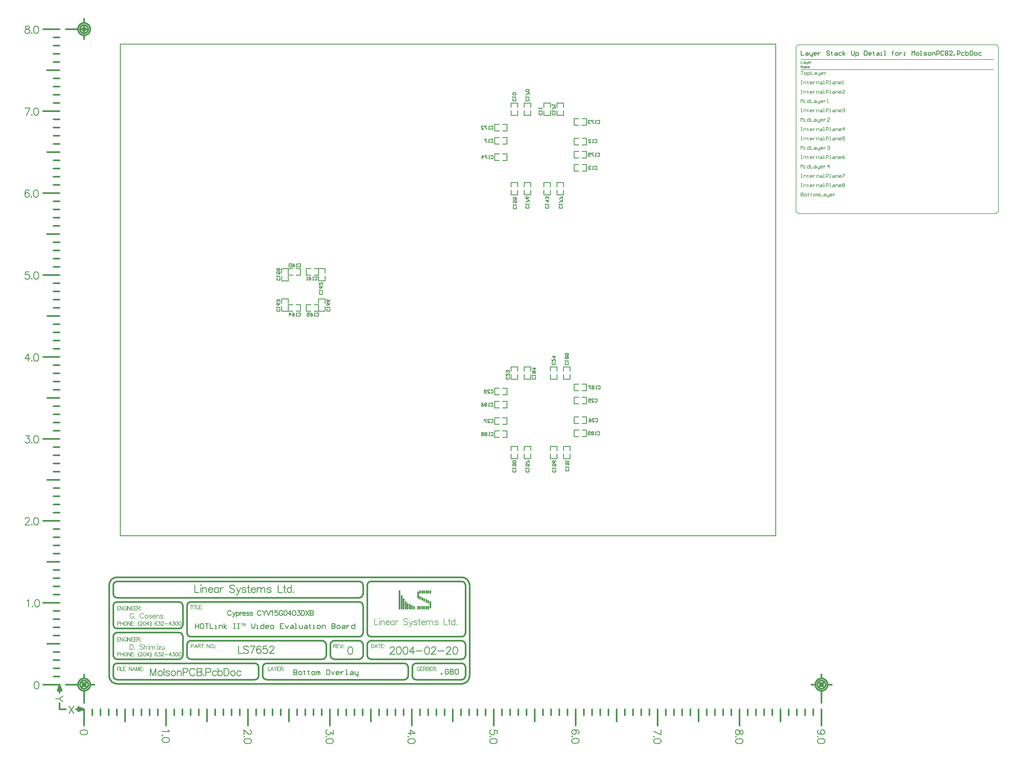
<source format=gbo>
%FSLAX24Y24*%
%MOIN*%
G70*
G01*
G75*
%ADD10C,0.0136*%
%ADD11C,0.0123*%
%ADD12C,0.0050*%
%ADD13C,0.0056*%
%ADD14R,0.0400X0.0400*%
%ADD15C,0.0236*%
%ADD16O,0.0240X0.0800*%
%ADD17C,0.0197*%
%ADD18R,0.0866X0.0157*%
%ADD19R,0.0610X0.0197*%
%ADD20O,0.0800X0.0240*%
%ADD21R,0.0200X0.0500*%
%ADD22R,0.0197X0.0610*%
%ADD23R,0.0500X0.0600*%
%ADD24R,0.0600X0.0500*%
%ADD25R,0.0360X0.0500*%
%ADD26R,0.0500X0.0360*%
%ADD27R,0.0850X0.0420*%
%ADD28R,0.1200X0.0900*%
%ADD29R,0.0197X0.0610*%
%ADD30R,0.4000X0.4100*%
%ADD31R,0.0500X0.1000*%
%ADD32R,0.4100X0.4250*%
%ADD33R,0.0787X0.0472*%
%ADD34R,0.0900X0.1200*%
%ADD35R,0.0472X0.0787*%
%ADD36R,0.0866X0.0157*%
%ADD37R,0.0360X0.0360*%
%ADD38C,0.0394*%
%ADD39R,0.0846X0.0157*%
%ADD40R,0.0846X0.0157*%
%ADD41R,0.0157X0.0669*%
%ADD42R,0.0669X0.0157*%
%ADD43R,0.2500X0.0500*%
%ADD44R,0.2000X0.0500*%
%ADD45R,0.0500X0.2500*%
%ADD46R,0.0500X0.2000*%
%ADD47R,0.0700X0.1100*%
%ADD48R,0.1100X0.0700*%
%ADD49C,0.0120*%
%ADD50C,0.0100*%
%ADD51C,0.0400*%
%ADD52C,0.0700*%
%ADD53C,0.0200*%
%ADD54C,0.0070*%
%ADD55C,0.0216*%
%ADD56C,0.0090*%
%ADD57C,0.0080*%
%ADD58C,0.0240*%
%ADD59C,0.0680*%
%ADD60R,0.0680X0.0680*%
%ADD61C,0.1500*%
%ADD62C,0.0550*%
%ADD63C,0.1000*%
%ADD64C,0.2200*%
%ADD65C,0.0650*%
%ADD66C,0.0600*%
%ADD67C,0.1100*%
%ADD68C,0.1900*%
%ADD69R,0.0550X0.0550*%
%ADD70C,0.0051*%
%ADD71C,0.0079*%
%ADD72C,0.0098*%
%ADD73C,0.0010*%
D12*
X103100Y87924D02*
Y87634D01*
X103293D01*
X103438Y87827D02*
X103535D01*
X103583Y87779D01*
Y87634D01*
X103438D01*
X103390Y87682D01*
X103438Y87731D01*
X103583D01*
X103680Y87827D02*
Y87682D01*
X103728Y87634D01*
X103873D01*
Y87586D01*
X103825Y87537D01*
X103776D01*
X103873Y87634D02*
Y87827D01*
X104115Y87634D02*
X104018D01*
X103970Y87682D01*
Y87779D01*
X104018Y87827D01*
X104115D01*
X104163Y87779D01*
Y87731D01*
X103970D01*
X104260Y87827D02*
Y87634D01*
Y87731D01*
X104308Y87779D01*
X104356Y87827D01*
X104405D01*
X103100Y87054D02*
Y87344D01*
X103293Y87054D01*
Y87344D01*
X103438Y87247D02*
X103535D01*
X103583Y87199D01*
Y87054D01*
X103438D01*
X103390Y87102D01*
X103438Y87151D01*
X103583D01*
X103680Y87054D02*
Y87247D01*
X103728D01*
X103776Y87199D01*
Y87054D01*
Y87199D01*
X103825Y87247D01*
X103873Y87199D01*
Y87054D01*
X104115D02*
X104018D01*
X103970Y87102D01*
Y87199D01*
X104018Y87247D01*
X104115D01*
X104163Y87199D01*
Y87151D01*
X103970D01*
X56571Y13843D02*
X56550Y13886D01*
X56507Y13928D01*
X56464Y13950D01*
X56379D01*
X56336Y13928D01*
X56293Y13886D01*
X56271Y13843D01*
X56250Y13779D01*
Y13671D01*
X56271Y13607D01*
X56293Y13564D01*
X56336Y13521D01*
X56379Y13500D01*
X56464D01*
X56507Y13521D01*
X56550Y13564D01*
X56571Y13607D01*
Y13671D01*
X56464D02*
X56571D01*
X56953Y13950D02*
X56674D01*
Y13500D01*
X56953D01*
X56674Y13736D02*
X56846D01*
X57028Y13950D02*
Y13500D01*
Y13950D02*
X57221D01*
X57285Y13928D01*
X57306Y13907D01*
X57328Y13864D01*
Y13821D01*
X57306Y13779D01*
X57285Y13757D01*
X57221Y13736D01*
X57028D01*
X57178D02*
X57328Y13500D01*
X57428Y13950D02*
Y13500D01*
Y13950D02*
X57621D01*
X57685Y13928D01*
X57707Y13907D01*
X57728Y13864D01*
Y13821D01*
X57707Y13779D01*
X57685Y13757D01*
X57621Y13736D01*
X57428D02*
X57621D01*
X57685Y13714D01*
X57707Y13693D01*
X57728Y13650D01*
Y13586D01*
X57707Y13543D01*
X57685Y13521D01*
X57621Y13500D01*
X57428D01*
X58107Y13950D02*
X57829D01*
Y13500D01*
X58107D01*
X57829Y13736D02*
X58000D01*
X58182Y13950D02*
Y13500D01*
Y13950D02*
X58375D01*
X58440Y13928D01*
X58461Y13907D01*
X58482Y13864D01*
Y13821D01*
X58461Y13779D01*
X58440Y13757D01*
X58375Y13736D01*
X58182D01*
X58332D02*
X58482Y13500D01*
X58604Y13800D02*
X58583Y13779D01*
X58604Y13757D01*
X58626Y13779D01*
X58604Y13800D01*
Y13543D02*
X58583Y13521D01*
X58604Y13500D01*
X58626Y13521D01*
X58604Y13543D01*
X19650Y13950D02*
Y13500D01*
Y13950D02*
X19929D01*
X19650Y13736D02*
X19821D01*
X19980Y13950D02*
Y13500D01*
X20074Y13950D02*
Y13500D01*
X20331D01*
X20659Y13950D02*
X20381D01*
Y13500D01*
X20659D01*
X20381Y13736D02*
X20552D01*
X21088Y13950D02*
Y13500D01*
Y13950D02*
X21387Y13500D01*
Y13950D02*
Y13500D01*
X21855D02*
X21683Y13950D01*
X21512Y13500D01*
X21576Y13650D02*
X21790D01*
X21960Y13950D02*
Y13500D01*
Y13950D02*
X22131Y13500D01*
X22302Y13950D02*
X22131Y13500D01*
X22302Y13950D02*
Y13500D01*
X22709Y13950D02*
X22431D01*
Y13500D01*
X22709D01*
X22431Y13736D02*
X22602D01*
X22806Y13800D02*
X22784Y13779D01*
X22806Y13757D01*
X22827Y13779D01*
X22806Y13800D01*
Y13543D02*
X22784Y13521D01*
X22806Y13500D01*
X22827Y13521D01*
X22806Y13543D01*
X19929Y17550D02*
X19650D01*
Y17100D01*
X19929D01*
X19650Y17336D02*
X19821D01*
X20003Y17550D02*
Y17100D01*
Y17550D02*
X20303Y17100D01*
Y17550D02*
Y17100D01*
X20749Y17443D02*
X20728Y17486D01*
X20685Y17528D01*
X20642Y17550D01*
X20556D01*
X20513Y17528D01*
X20471Y17486D01*
X20449Y17443D01*
X20428Y17379D01*
Y17271D01*
X20449Y17207D01*
X20471Y17164D01*
X20513Y17121D01*
X20556Y17100D01*
X20642D01*
X20685Y17121D01*
X20728Y17164D01*
X20749Y17207D01*
Y17271D01*
X20642D02*
X20749D01*
X20852Y17550D02*
Y17100D01*
X20946Y17550D02*
Y17100D01*
Y17550D02*
X21246Y17100D01*
Y17550D02*
Y17100D01*
X21649Y17550D02*
X21370D01*
Y17100D01*
X21649D01*
X21370Y17336D02*
X21542D01*
X22002Y17550D02*
X21724D01*
Y17100D01*
X22002D01*
X21724Y17336D02*
X21895D01*
X22077Y17550D02*
Y17100D01*
Y17550D02*
X22270D01*
X22334Y17528D01*
X22356Y17507D01*
X22377Y17464D01*
Y17421D01*
X22356Y17379D01*
X22334Y17357D01*
X22270Y17336D01*
X22077D01*
X22227D02*
X22377Y17100D01*
X22499Y17400D02*
X22478Y17379D01*
X22499Y17357D01*
X22521Y17379D01*
X22499Y17400D01*
Y17143D02*
X22478Y17121D01*
X22499Y17100D01*
X22521Y17121D01*
X22499Y17143D01*
X28675Y21475D02*
Y21025D01*
X28525Y21475D02*
X28825D01*
X28879D02*
Y21025D01*
X29123Y21475D02*
Y21025D01*
X28973Y21475D02*
X29273D01*
X29326D02*
Y21025D01*
X29583D01*
X29911Y21475D02*
X29633D01*
Y21025D01*
X29911D01*
X29633Y21261D02*
X29804D01*
X30008Y21325D02*
X29986Y21304D01*
X30008Y21282D01*
X30029Y21304D01*
X30008Y21325D01*
Y21068D02*
X29986Y21046D01*
X30008Y21025D01*
X30029Y21046D01*
X30008Y21068D01*
X28650Y16489D02*
X28843D01*
X28907Y16511D01*
X28929Y16532D01*
X28950Y16575D01*
Y16639D01*
X28929Y16682D01*
X28907Y16703D01*
X28843Y16725D01*
X28650D01*
Y16275D01*
X29393D02*
X29222Y16725D01*
X29051Y16275D01*
X29115Y16425D02*
X29329D01*
X29498Y16725D02*
Y16275D01*
Y16725D02*
X29691D01*
X29755Y16703D01*
X29777Y16682D01*
X29798Y16639D01*
Y16596D01*
X29777Y16554D01*
X29755Y16532D01*
X29691Y16511D01*
X29498D01*
X29648D02*
X29798Y16275D01*
X30049Y16725D02*
Y16275D01*
X29899Y16725D02*
X30199D01*
X30606D02*
Y16275D01*
Y16725D02*
X30906Y16275D01*
Y16725D02*
Y16275D01*
X31159Y16725D02*
X31116Y16703D01*
X31073Y16661D01*
X31052Y16618D01*
X31030Y16554D01*
Y16446D01*
X31052Y16382D01*
X31073Y16339D01*
X31116Y16296D01*
X31159Y16275D01*
X31244D01*
X31287Y16296D01*
X31330Y16339D01*
X31352Y16382D01*
X31373Y16446D01*
Y16554D01*
X31352Y16618D01*
X31330Y16661D01*
X31287Y16703D01*
X31244Y16725D01*
X31159D01*
X31499Y16318D02*
X31478Y16296D01*
X31499Y16275D01*
X31521Y16296D01*
X31499Y16318D01*
X31641Y16575D02*
X31619Y16554D01*
X31641Y16532D01*
X31662Y16554D01*
X31641Y16575D01*
Y16318D02*
X31619Y16296D01*
X31641Y16275D01*
X31662Y16296D01*
X31641Y16318D01*
X19929Y21350D02*
X19650D01*
Y20900D01*
X19929D01*
X19650Y21136D02*
X19821D01*
X20003Y21350D02*
Y20900D01*
Y21350D02*
X20303Y20900D01*
Y21350D02*
Y20900D01*
X20749Y21243D02*
X20728Y21286D01*
X20685Y21328D01*
X20642Y21350D01*
X20556D01*
X20513Y21328D01*
X20471Y21286D01*
X20449Y21243D01*
X20428Y21179D01*
Y21071D01*
X20449Y21007D01*
X20471Y20964D01*
X20513Y20921D01*
X20556Y20900D01*
X20642D01*
X20685Y20921D01*
X20728Y20964D01*
X20749Y21007D01*
Y21071D01*
X20642D02*
X20749D01*
X20852Y21350D02*
Y20900D01*
X20946Y21350D02*
Y20900D01*
Y21350D02*
X21246Y20900D01*
Y21350D02*
Y20900D01*
X21649Y21350D02*
X21370D01*
Y20900D01*
X21649D01*
X21370Y21136D02*
X21542D01*
X22002Y21350D02*
X21724D01*
Y20900D01*
X22002D01*
X21724Y21136D02*
X21895D01*
X22077Y21350D02*
Y20900D01*
Y21350D02*
X22270D01*
X22334Y21328D01*
X22356Y21307D01*
X22377Y21264D01*
Y21221D01*
X22356Y21179D01*
X22334Y21157D01*
X22270Y21136D01*
X22077D01*
X22227D02*
X22377Y20900D01*
X22499Y21200D02*
X22478Y21179D01*
X22499Y21157D01*
X22521Y21179D01*
X22499Y21200D01*
Y20943D02*
X22478Y20921D01*
X22499Y20900D01*
X22521Y20921D01*
X22499Y20943D01*
X38050Y13950D02*
Y13500D01*
X38307D01*
X38699D02*
X38528Y13950D01*
X38356Y13500D01*
X38421Y13650D02*
X38635D01*
X38804Y13950D02*
X38976Y13736D01*
Y13500D01*
X39147Y13950D02*
X38976Y13736D01*
X39483Y13950D02*
X39205D01*
Y13500D01*
X39483D01*
X39205Y13736D02*
X39376D01*
X39558Y13950D02*
Y13500D01*
Y13950D02*
X39751D01*
X39815Y13928D01*
X39837Y13907D01*
X39858Y13864D01*
Y13821D01*
X39837Y13779D01*
X39815Y13757D01*
X39751Y13736D01*
X39558D01*
X39708D02*
X39858Y13500D01*
X39980Y13800D02*
X39959Y13779D01*
X39980Y13757D01*
X40002Y13779D01*
X39980Y13800D01*
Y13543D02*
X39959Y13521D01*
X39980Y13500D01*
X40002Y13521D01*
X39980Y13543D01*
X19650Y15489D02*
X19843D01*
X19907Y15511D01*
X19929Y15532D01*
X19950Y15575D01*
Y15639D01*
X19929Y15682D01*
X19907Y15703D01*
X19843Y15725D01*
X19650D01*
Y15275D01*
X20051Y15725D02*
Y15275D01*
X20351Y15725D02*
Y15275D01*
X20051Y15511D02*
X20351D01*
X20603Y15725D02*
X20561Y15703D01*
X20518Y15661D01*
X20496Y15618D01*
X20475Y15554D01*
Y15446D01*
X20496Y15382D01*
X20518Y15339D01*
X20561Y15296D01*
X20603Y15275D01*
X20689D01*
X20732Y15296D01*
X20775Y15339D01*
X20796Y15382D01*
X20818Y15446D01*
Y15554D01*
X20796Y15618D01*
X20775Y15661D01*
X20732Y15703D01*
X20689Y15725D01*
X20603D01*
X20923D02*
Y15275D01*
Y15725D02*
X21223Y15275D01*
Y15725D02*
Y15275D01*
X21625Y15725D02*
X21347D01*
Y15275D01*
X21625D01*
X21347Y15511D02*
X21518D01*
X21722Y15575D02*
X21700Y15554D01*
X21722Y15532D01*
X21743Y15554D01*
X21722Y15575D01*
Y15318D02*
X21700Y15296D01*
X21722Y15275D01*
X21743Y15296D01*
X21722Y15318D01*
X22345Y15811D02*
X22302Y15768D01*
X22259Y15703D01*
X22217Y15618D01*
X22195Y15511D01*
Y15425D01*
X22217Y15318D01*
X22259Y15232D01*
X22302Y15168D01*
X22345Y15125D01*
X22302Y15768D02*
X22259Y15682D01*
X22238Y15618D01*
X22217Y15511D01*
Y15425D01*
X22238Y15318D01*
X22259Y15254D01*
X22302Y15168D01*
X22452Y15618D02*
Y15639D01*
X22474Y15682D01*
X22495Y15703D01*
X22538Y15725D01*
X22624D01*
X22666Y15703D01*
X22688Y15682D01*
X22709Y15639D01*
Y15596D01*
X22688Y15554D01*
X22645Y15489D01*
X22431Y15275D01*
X22731D01*
X22960Y15725D02*
X22896Y15703D01*
X22853Y15639D01*
X22831Y15532D01*
Y15468D01*
X22853Y15361D01*
X22896Y15296D01*
X22960Y15275D01*
X23003D01*
X23067Y15296D01*
X23110Y15361D01*
X23131Y15468D01*
Y15532D01*
X23110Y15639D01*
X23067Y15703D01*
X23003Y15725D01*
X22960D01*
X23446D02*
X23232Y15425D01*
X23553D01*
X23446Y15725D02*
Y15275D01*
X23633Y15811D02*
X23676Y15768D01*
X23718Y15703D01*
X23761Y15618D01*
X23783Y15511D01*
Y15425D01*
X23761Y15318D01*
X23718Y15232D01*
X23676Y15168D01*
X23633Y15125D01*
X23676Y15768D02*
X23718Y15682D01*
X23740Y15618D01*
X23761Y15511D01*
Y15425D01*
X23740Y15318D01*
X23718Y15254D01*
X23676Y15168D01*
X24503Y15661D02*
X24481Y15703D01*
X24417Y15725D01*
X24374D01*
X24310Y15703D01*
X24267Y15639D01*
X24245Y15532D01*
Y15425D01*
X24267Y15339D01*
X24310Y15296D01*
X24374Y15275D01*
X24395D01*
X24460Y15296D01*
X24503Y15339D01*
X24524Y15404D01*
Y15425D01*
X24503Y15489D01*
X24460Y15532D01*
X24395Y15554D01*
X24374D01*
X24310Y15532D01*
X24267Y15489D01*
X24245Y15425D01*
X24665Y15725D02*
X24901D01*
X24772Y15554D01*
X24837D01*
X24880Y15532D01*
X24901Y15511D01*
X24922Y15446D01*
Y15404D01*
X24901Y15339D01*
X24858Y15296D01*
X24794Y15275D01*
X24730D01*
X24665Y15296D01*
X24644Y15318D01*
X24623Y15361D01*
X25045Y15618D02*
Y15639D01*
X25066Y15682D01*
X25087Y15703D01*
X25130Y15725D01*
X25216D01*
X25259Y15703D01*
X25280Y15682D01*
X25302Y15639D01*
Y15596D01*
X25280Y15554D01*
X25237Y15489D01*
X25023Y15275D01*
X25323D01*
X25424Y15468D02*
X25809D01*
X26156Y15725D02*
X25942Y15425D01*
X26264D01*
X26156Y15725D02*
Y15275D01*
X26386Y15725D02*
X26621D01*
X26493Y15554D01*
X26557D01*
X26600Y15532D01*
X26621Y15511D01*
X26643Y15446D01*
Y15404D01*
X26621Y15339D01*
X26579Y15296D01*
X26514Y15275D01*
X26450D01*
X26386Y15296D01*
X26364Y15318D01*
X26343Y15361D01*
X26872Y15725D02*
X26808Y15703D01*
X26765Y15639D01*
X26743Y15532D01*
Y15468D01*
X26765Y15361D01*
X26808Y15296D01*
X26872Y15275D01*
X26915D01*
X26979Y15296D01*
X27022Y15361D01*
X27043Y15468D01*
Y15532D01*
X27022Y15639D01*
X26979Y15703D01*
X26915Y15725D01*
X26872D01*
X27273D02*
X27208Y15703D01*
X27166Y15639D01*
X27144Y15532D01*
Y15468D01*
X27166Y15361D01*
X27208Y15296D01*
X27273Y15275D01*
X27315D01*
X27380Y15296D01*
X27423Y15361D01*
X27444Y15468D01*
Y15532D01*
X27423Y15639D01*
X27380Y15703D01*
X27315Y15725D01*
X27273D01*
X19650Y19239D02*
X19843D01*
X19907Y19261D01*
X19929Y19282D01*
X19950Y19325D01*
Y19389D01*
X19929Y19432D01*
X19907Y19453D01*
X19843Y19475D01*
X19650D01*
Y19025D01*
X20051Y19475D02*
Y19025D01*
X20351Y19475D02*
Y19025D01*
X20051Y19261D02*
X20351D01*
X20603Y19475D02*
X20561Y19453D01*
X20518Y19411D01*
X20496Y19368D01*
X20475Y19304D01*
Y19196D01*
X20496Y19132D01*
X20518Y19089D01*
X20561Y19046D01*
X20603Y19025D01*
X20689D01*
X20732Y19046D01*
X20775Y19089D01*
X20796Y19132D01*
X20818Y19196D01*
Y19304D01*
X20796Y19368D01*
X20775Y19411D01*
X20732Y19453D01*
X20689Y19475D01*
X20603D01*
X20923D02*
Y19025D01*
Y19475D02*
X21223Y19025D01*
Y19475D02*
Y19025D01*
X21625Y19475D02*
X21347D01*
Y19025D01*
X21625D01*
X21347Y19261D02*
X21518D01*
X21722Y19325D02*
X21700Y19304D01*
X21722Y19282D01*
X21743Y19304D01*
X21722Y19325D01*
Y19068D02*
X21700Y19046D01*
X21722Y19025D01*
X21743Y19046D01*
X21722Y19068D01*
X22345Y19561D02*
X22302Y19518D01*
X22259Y19453D01*
X22217Y19368D01*
X22195Y19261D01*
Y19175D01*
X22217Y19068D01*
X22259Y18982D01*
X22302Y18918D01*
X22345Y18875D01*
X22302Y19518D02*
X22259Y19432D01*
X22238Y19368D01*
X22217Y19261D01*
Y19175D01*
X22238Y19068D01*
X22259Y19004D01*
X22302Y18918D01*
X22452Y19368D02*
Y19389D01*
X22474Y19432D01*
X22495Y19453D01*
X22538Y19475D01*
X22624D01*
X22666Y19453D01*
X22688Y19432D01*
X22709Y19389D01*
Y19346D01*
X22688Y19304D01*
X22645Y19239D01*
X22431Y19025D01*
X22731D01*
X22960Y19475D02*
X22896Y19453D01*
X22853Y19389D01*
X22831Y19282D01*
Y19218D01*
X22853Y19111D01*
X22896Y19046D01*
X22960Y19025D01*
X23003D01*
X23067Y19046D01*
X23110Y19111D01*
X23131Y19218D01*
Y19282D01*
X23110Y19389D01*
X23067Y19453D01*
X23003Y19475D01*
X22960D01*
X23446D02*
X23232Y19175D01*
X23553D01*
X23446Y19475D02*
Y19025D01*
X23633Y19561D02*
X23676Y19518D01*
X23718Y19453D01*
X23761Y19368D01*
X23783Y19261D01*
Y19175D01*
X23761Y19068D01*
X23718Y18982D01*
X23676Y18918D01*
X23633Y18875D01*
X23676Y19518D02*
X23718Y19432D01*
X23740Y19368D01*
X23761Y19261D01*
Y19175D01*
X23740Y19068D01*
X23718Y19004D01*
X23676Y18918D01*
X24503Y19411D02*
X24481Y19453D01*
X24417Y19475D01*
X24374D01*
X24310Y19453D01*
X24267Y19389D01*
X24245Y19282D01*
Y19175D01*
X24267Y19089D01*
X24310Y19046D01*
X24374Y19025D01*
X24395D01*
X24460Y19046D01*
X24503Y19089D01*
X24524Y19154D01*
Y19175D01*
X24503Y19239D01*
X24460Y19282D01*
X24395Y19304D01*
X24374D01*
X24310Y19282D01*
X24267Y19239D01*
X24245Y19175D01*
X24665Y19475D02*
X24901D01*
X24772Y19304D01*
X24837D01*
X24880Y19282D01*
X24901Y19261D01*
X24922Y19196D01*
Y19154D01*
X24901Y19089D01*
X24858Y19046D01*
X24794Y19025D01*
X24730D01*
X24665Y19046D01*
X24644Y19068D01*
X24623Y19111D01*
X25045Y19368D02*
Y19389D01*
X25066Y19432D01*
X25087Y19453D01*
X25130Y19475D01*
X25216D01*
X25259Y19453D01*
X25280Y19432D01*
X25302Y19389D01*
Y19346D01*
X25280Y19304D01*
X25237Y19239D01*
X25023Y19025D01*
X25323D01*
X25424Y19218D02*
X25809D01*
X26156Y19475D02*
X25942Y19175D01*
X26264D01*
X26156Y19475D02*
Y19025D01*
X26386Y19475D02*
X26621D01*
X26493Y19304D01*
X26557D01*
X26600Y19282D01*
X26621Y19261D01*
X26643Y19196D01*
Y19154D01*
X26621Y19089D01*
X26579Y19046D01*
X26514Y19025D01*
X26450D01*
X26386Y19046D01*
X26364Y19068D01*
X26343Y19111D01*
X26872Y19475D02*
X26808Y19453D01*
X26765Y19389D01*
X26743Y19282D01*
Y19218D01*
X26765Y19111D01*
X26808Y19046D01*
X26872Y19025D01*
X26915D01*
X26979Y19046D01*
X27022Y19111D01*
X27043Y19218D01*
Y19282D01*
X27022Y19389D01*
X26979Y19453D01*
X26915Y19475D01*
X26872D01*
X27273D02*
X27208Y19453D01*
X27166Y19389D01*
X27144Y19282D01*
Y19218D01*
X27166Y19111D01*
X27208Y19046D01*
X27273Y19025D01*
X27315D01*
X27380Y19046D01*
X27423Y19111D01*
X27444Y19218D01*
Y19282D01*
X27423Y19389D01*
X27380Y19453D01*
X27315Y19475D01*
X27273D01*
X46025Y16725D02*
Y16275D01*
Y16725D02*
X46218D01*
X46282Y16703D01*
X46304Y16682D01*
X46325Y16639D01*
Y16596D01*
X46304Y16554D01*
X46282Y16532D01*
X46218Y16511D01*
X46025D01*
X46175D02*
X46325Y16275D01*
X46704Y16725D02*
X46426D01*
Y16275D01*
X46704D01*
X46426Y16511D02*
X46597D01*
X46779Y16725D02*
X46951Y16275D01*
X47122Y16725D02*
X46951Y16275D01*
X47201Y16575D02*
X47180Y16554D01*
X47201Y16532D01*
X47223Y16554D01*
X47201Y16575D01*
Y16318D02*
X47180Y16296D01*
X47201Y16275D01*
X47223Y16296D01*
X47201Y16318D01*
X50650Y16725D02*
Y16275D01*
Y16725D02*
X50800D01*
X50864Y16703D01*
X50907Y16661D01*
X50929Y16618D01*
X50950Y16554D01*
Y16446D01*
X50929Y16382D01*
X50907Y16339D01*
X50864Y16296D01*
X50800Y16275D01*
X50650D01*
X51393D02*
X51222Y16725D01*
X51051Y16275D01*
X51115Y16425D02*
X51329D01*
X51648Y16725D02*
Y16275D01*
X51498Y16725D02*
X51798D01*
X52130D02*
X51852D01*
Y16275D01*
X52130D01*
X51852Y16511D02*
X52023D01*
X52227Y16575D02*
X52205Y16554D01*
X52227Y16532D01*
X52248Y16554D01*
X52227Y16575D01*
Y16318D02*
X52205Y16296D01*
X52227Y16275D01*
X52248Y16296D01*
X52227Y16318D01*
X34800Y19250D02*
X35000D01*
X34900D01*
Y18950D01*
X35100D02*
Y19250D01*
X35200Y19150D01*
X35300Y19250D01*
Y18950D01*
D50*
X66650Y78600D02*
X67200D01*
X66650Y77800D02*
X67200D01*
X65700D02*
X66250D01*
X65700Y78600D02*
X66250D01*
X67200Y77800D02*
Y78600D01*
X65700Y77800D02*
Y78600D01*
X44200Y58900D02*
X45000D01*
X44200Y57400D02*
X45000D01*
Y58350D02*
Y58900D01*
X44200Y58350D02*
Y58900D01*
Y57400D02*
Y57950D01*
X45000Y57400D02*
Y57950D01*
X42700Y57400D02*
X43250D01*
X42700Y58200D02*
X43250D01*
X43650D02*
X44200D01*
X43650Y57400D02*
X44200D01*
X42700D02*
Y58200D01*
X44200Y57400D02*
Y58200D01*
X42000Y57400D02*
Y58200D01*
X40500Y57400D02*
Y58200D01*
X41450Y57400D02*
X42000D01*
X41450Y58200D02*
X42000D01*
X40500D02*
X41050D01*
X40500Y57400D02*
X41050D01*
X40500D02*
Y57950D01*
X39700Y57400D02*
Y57950D01*
Y58350D02*
Y58900D01*
X40500Y58350D02*
Y58900D01*
X39700Y57400D02*
X40500D01*
X39700Y58900D02*
X40500D01*
X44200Y61100D02*
X45000D01*
X44200Y62600D02*
X45000D01*
X44200Y61100D02*
Y61650D01*
X45000Y61100D02*
Y61650D01*
Y62050D02*
Y62600D01*
X44200Y62050D02*
Y62600D01*
X43650D02*
X44200D01*
X43650Y61800D02*
X44200D01*
X42700D02*
X43250D01*
X42700Y62600D02*
X43250D01*
X44200Y61800D02*
Y62600D01*
X42700Y61800D02*
Y62600D01*
X42000Y61800D02*
Y62600D01*
X40500Y61800D02*
Y62600D01*
X41450Y61800D02*
X42000D01*
X41450Y62600D02*
X42000D01*
X40500D02*
X41050D01*
X40500Y61800D02*
X41050D01*
X39700Y62050D02*
Y62600D01*
X40500Y62050D02*
Y62600D01*
Y61100D02*
Y61650D01*
X39700Y61100D02*
Y61650D01*
Y62600D02*
X40500D01*
X39700Y61100D02*
X40500D01*
X71700Y71600D02*
X72500D01*
X71700Y73100D02*
X72500D01*
X71700Y71600D02*
Y72150D01*
X72500Y71600D02*
Y72150D01*
Y72550D02*
Y73100D01*
X71700Y72550D02*
Y73100D01*
X69300Y40350D02*
Y40900D01*
X70100Y40350D02*
Y40900D01*
Y39400D02*
Y39950D01*
X69300Y39400D02*
Y39950D01*
Y40900D02*
X70100D01*
X69300Y39400D02*
X70100D01*
X72500D02*
X73300D01*
X72500Y40900D02*
X73300D01*
X72500Y39400D02*
Y39950D01*
X73300Y39400D02*
Y39950D01*
Y40350D02*
Y40900D01*
X72500Y40350D02*
Y40900D01*
X67700Y72550D02*
Y73100D01*
X68500Y72550D02*
Y73100D01*
Y71600D02*
Y72150D01*
X67700Y71600D02*
Y72150D01*
Y73100D02*
X68500D01*
X67700Y71600D02*
X68500D01*
X76900Y43700D02*
Y44500D01*
X75400Y43700D02*
Y44500D01*
X76350Y43700D02*
X76900D01*
X76350Y44500D02*
X76900D01*
X75400D02*
X75950D01*
X75400Y43700D02*
X75950D01*
X75400Y46100D02*
X75950D01*
X75400Y46900D02*
X75950D01*
X76350D02*
X76900D01*
X76350Y46100D02*
X76900D01*
X75400D02*
Y46900D01*
X76900Y46100D02*
Y46900D01*
X72500Y50600D02*
X73300D01*
X72500Y49100D02*
X73300D01*
Y50050D02*
Y50600D01*
X72500Y50050D02*
Y50600D01*
Y49100D02*
Y49650D01*
X73300Y49100D02*
Y49650D01*
X76900Y74500D02*
Y75300D01*
X75400Y74500D02*
Y75300D01*
X76350Y74500D02*
X76900D01*
X76350Y75300D02*
X76900D01*
X75400D02*
X75950D01*
X75400Y74500D02*
X75950D01*
X75400Y77700D02*
X75950D01*
X75400Y78500D02*
X75950D01*
X76350D02*
X76900D01*
X76350Y77700D02*
X76900D01*
X75400D02*
Y78500D01*
X76900Y77700D02*
Y78500D01*
X71700Y82800D02*
X72500D01*
X71700Y81300D02*
X72500D01*
Y82250D02*
Y82800D01*
X71700Y82250D02*
Y82800D01*
Y81300D02*
Y81850D01*
X72500Y81300D02*
Y81850D01*
X68500Y81300D02*
Y81850D01*
X67700Y81300D02*
Y81850D01*
Y82250D02*
Y82800D01*
X68500Y82250D02*
Y82800D01*
X67700Y81300D02*
X68500D01*
X67700Y82800D02*
X68500D01*
X69300D02*
X70100D01*
X69300Y81300D02*
X70100D01*
Y82250D02*
Y82800D01*
X69300Y82250D02*
Y82800D01*
Y81300D02*
Y81850D01*
X70100Y81300D02*
Y81850D01*
X74100Y81300D02*
Y81850D01*
X73300Y81300D02*
Y81850D01*
Y82250D02*
Y82800D01*
X74100Y82250D02*
Y82800D01*
X73300Y81300D02*
X74100D01*
X73300Y82800D02*
X74100D01*
X65700Y79400D02*
Y80200D01*
X67200Y79400D02*
Y80200D01*
X65700D02*
X66250D01*
X65700Y79400D02*
X66250D01*
X66650D02*
X67200D01*
X66650Y80200D02*
X67200D01*
X75400Y80100D02*
X75950D01*
X75400Y80900D02*
X75950D01*
X76350D02*
X76900D01*
X76350Y80100D02*
X76900D01*
X75400D02*
Y80900D01*
X76900Y80100D02*
Y80900D01*
X65700Y75800D02*
Y76600D01*
X67200Y75800D02*
Y76600D01*
X65700D02*
X66250D01*
X65700Y75800D02*
X66250D01*
X66650D02*
X67200D01*
X66650Y76600D02*
X67200D01*
X75400Y76100D02*
X75950D01*
X75400Y76900D02*
X75950D01*
X76350D02*
X76900D01*
X76350Y76100D02*
X76900D01*
X75400D02*
Y76900D01*
X76900Y76100D02*
Y76900D01*
X69300Y71600D02*
X70100D01*
X69300Y73100D02*
X70100D01*
X69300Y71600D02*
Y72150D01*
X70100Y71600D02*
Y72150D01*
Y72550D02*
Y73100D01*
X69300Y72550D02*
Y73100D01*
X73300Y72550D02*
Y73100D01*
X74100Y72550D02*
Y73100D01*
Y71600D02*
Y72150D01*
X73300Y71600D02*
Y72150D01*
Y73100D02*
X74100D01*
X73300Y71600D02*
X74100D01*
X69300Y50600D02*
X70100D01*
X69300Y49100D02*
X70100D01*
Y50050D02*
Y50600D01*
X69300Y50050D02*
Y50600D01*
Y49100D02*
Y49650D01*
X70100Y49100D02*
Y49650D01*
X74900Y49100D02*
Y49650D01*
X74100Y49100D02*
Y49650D01*
Y50050D02*
Y50600D01*
X74900Y50050D02*
Y50600D01*
X74100Y49100D02*
X74900D01*
X74100Y50600D02*
X74900D01*
X65700Y45600D02*
Y46400D01*
X67200Y45600D02*
Y46400D01*
X65700D02*
X66250D01*
X65700Y45600D02*
X66250D01*
X66650D02*
X67200D01*
X66650Y46400D02*
X67200D01*
X75400Y47700D02*
X75950D01*
X75400Y48500D02*
X75950D01*
X76350D02*
X76900D01*
X76350Y47700D02*
X76900D01*
X75400D02*
Y48500D01*
X76900Y47700D02*
Y48500D01*
X65700Y42000D02*
Y42800D01*
X67200Y42000D02*
Y42800D01*
X65700D02*
X66250D01*
X65700Y42000D02*
X66250D01*
X66650D02*
X67200D01*
X66650Y42800D02*
X67200D01*
X75400Y42100D02*
X75950D01*
X75400Y42900D02*
X75950D01*
X76350D02*
X76900D01*
X76350Y42100D02*
X76900D01*
X75400D02*
Y42900D01*
X76900Y42100D02*
Y42900D01*
X67700Y39400D02*
X68500D01*
X67700Y40900D02*
X68500D01*
X67700Y39400D02*
Y39950D01*
X68500Y39400D02*
Y39950D01*
Y40350D02*
Y40900D01*
X67700Y40350D02*
Y40900D01*
X74100Y40350D02*
Y40900D01*
X74900Y40350D02*
Y40900D01*
Y39400D02*
Y39950D01*
X74100Y39400D02*
Y39950D01*
Y40900D02*
X74900D01*
X74100Y39400D02*
X74900D01*
X66650Y44400D02*
X67200D01*
X66650Y43600D02*
X67200D01*
X65700D02*
X66250D01*
X65700Y44400D02*
X66250D01*
X67200Y43600D02*
Y44400D01*
X65700Y43600D02*
Y44400D01*
X66650Y48000D02*
X67200D01*
X66650Y47200D02*
X67200D01*
X65700D02*
X66250D01*
X65700Y48000D02*
X66250D01*
X67200Y47200D02*
Y48000D01*
X65700Y47200D02*
Y48000D01*
X68500Y49100D02*
Y49650D01*
X67700Y49100D02*
Y49650D01*
Y50050D02*
Y50600D01*
X68500Y50050D02*
Y50600D01*
X67700Y49100D02*
X68500D01*
X67700Y50600D02*
X68500D01*
X65233Y44133D02*
X65300Y44200D01*
X65433D01*
X65500Y44133D01*
Y43867D01*
X65433Y43800D01*
X65300D01*
X65233Y43867D01*
X64834Y43800D02*
X65100D01*
X64834Y44067D01*
Y44133D01*
X64900Y44200D01*
X65033D01*
X65100Y44133D01*
X64700Y44200D02*
X64434D01*
Y44133D01*
X64700Y43867D01*
Y43800D01*
X65233Y47733D02*
X65300Y47800D01*
X65433D01*
X65500Y47733D01*
Y47467D01*
X65433Y47400D01*
X65300D01*
X65233Y47467D01*
X64834Y47400D02*
X65100D01*
X64834Y47667D01*
Y47733D01*
X64900Y47800D01*
X65033D01*
X65100Y47733D01*
X64700Y47467D02*
X64634Y47400D01*
X64500D01*
X64434Y47467D01*
Y47733D01*
X64500Y47800D01*
X64634D01*
X64700Y47733D01*
Y47667D01*
X64634Y47600D01*
X64434D01*
X74683Y38167D02*
X74750Y38100D01*
Y37967D01*
X74683Y37900D01*
X74417D01*
X74350Y37967D01*
Y38100D01*
X74417Y38167D01*
X74350Y38300D02*
Y38433D01*
Y38367D01*
X74750D01*
X74683Y38300D01*
X74417Y38633D02*
X74350Y38700D01*
Y38833D01*
X74417Y38900D01*
X74683D01*
X74750Y38833D01*
Y38700D01*
X74683Y38633D01*
X74617D01*
X74550Y38700D01*
Y38900D01*
X74350Y39033D02*
Y39166D01*
Y39100D01*
X74750D01*
X74683Y39033D01*
X68233Y38017D02*
X68300Y37950D01*
Y37817D01*
X68233Y37750D01*
X67967D01*
X67900Y37817D01*
Y37950D01*
X67967Y38017D01*
X67900Y38150D02*
Y38283D01*
Y38217D01*
X68300D01*
X68233Y38150D01*
X67967Y38483D02*
X67900Y38550D01*
Y38683D01*
X67967Y38750D01*
X68233D01*
X68300Y38683D01*
Y38550D01*
X68233Y38483D01*
X68167D01*
X68100Y38550D01*
Y38750D01*
X68233Y38883D02*
X68300Y38950D01*
Y39083D01*
X68233Y39150D01*
X67967D01*
X67900Y39083D01*
Y38950D01*
X67967Y38883D01*
X68233D01*
X78233Y42633D02*
X78300Y42700D01*
X78433D01*
X78500Y42633D01*
Y42367D01*
X78433Y42300D01*
X78300D01*
X78233Y42367D01*
X78100Y42300D02*
X77967D01*
X78033D01*
Y42700D01*
X78100Y42633D01*
X77767D02*
X77700Y42700D01*
X77567D01*
X77500Y42633D01*
Y42567D01*
X77567Y42500D01*
X77500Y42433D01*
Y42367D01*
X77567Y42300D01*
X77700D01*
X77767Y42367D01*
Y42433D01*
X77700Y42500D01*
X77767Y42567D01*
Y42633D01*
X77700Y42500D02*
X77567D01*
X77367Y42367D02*
X77300Y42300D01*
X77167D01*
X77100Y42367D01*
Y42633D01*
X77167Y42700D01*
X77300D01*
X77367Y42633D01*
Y42567D01*
X77300Y42500D01*
X77100D01*
X65233Y42533D02*
X65300Y42600D01*
X65433D01*
X65500Y42533D01*
Y42267D01*
X65433Y42200D01*
X65300D01*
X65233Y42267D01*
X65100Y42200D02*
X64967D01*
X65033D01*
Y42600D01*
X65100Y42533D01*
X64767D02*
X64700Y42600D01*
X64567D01*
X64500Y42533D01*
Y42467D01*
X64567Y42400D01*
X64500Y42333D01*
Y42267D01*
X64567Y42200D01*
X64700D01*
X64767Y42267D01*
Y42333D01*
X64700Y42400D01*
X64767Y42467D01*
Y42533D01*
X64700Y42400D02*
X64567D01*
X64367Y42533D02*
X64300Y42600D01*
X64167D01*
X64100Y42533D01*
Y42467D01*
X64167Y42400D01*
X64100Y42333D01*
Y42267D01*
X64167Y42200D01*
X64300D01*
X64367Y42267D01*
Y42333D01*
X64300Y42400D01*
X64367Y42467D01*
Y42533D01*
X64300Y42400D02*
X64167D01*
X78283Y48233D02*
X78350Y48300D01*
X78483D01*
X78550Y48233D01*
Y47967D01*
X78483Y47900D01*
X78350D01*
X78283Y47967D01*
X78150Y47900D02*
X78017D01*
X78083D01*
Y48300D01*
X78150Y48233D01*
X77817D02*
X77750Y48300D01*
X77617D01*
X77550Y48233D01*
Y48167D01*
X77617Y48100D01*
X77550Y48033D01*
Y47967D01*
X77617Y47900D01*
X77750D01*
X77817Y47967D01*
Y48033D01*
X77750Y48100D01*
X77817Y48167D01*
Y48233D01*
X77750Y48100D02*
X77617D01*
X77417Y48300D02*
X77150D01*
Y48233D01*
X77417Y47967D01*
Y47900D01*
X65183Y46133D02*
X65250Y46200D01*
X65383D01*
X65450Y46133D01*
Y45867D01*
X65383Y45800D01*
X65250D01*
X65183Y45867D01*
X65050Y45800D02*
X64917D01*
X64983D01*
Y46200D01*
X65050Y46133D01*
X64717D02*
X64650Y46200D01*
X64517D01*
X64450Y46133D01*
Y46067D01*
X64517Y46000D01*
X64450Y45933D01*
Y45867D01*
X64517Y45800D01*
X64650D01*
X64717Y45867D01*
Y45933D01*
X64650Y46000D01*
X64717Y46067D01*
Y46133D01*
X64650Y46000D02*
X64517D01*
X64050Y46200D02*
X64184Y46133D01*
X64317Y46000D01*
Y45867D01*
X64250Y45800D01*
X64117D01*
X64050Y45867D01*
Y45933D01*
X64117Y46000D01*
X64317D01*
X74633Y51117D02*
X74700Y51050D01*
Y50917D01*
X74633Y50850D01*
X74367D01*
X74300Y50917D01*
Y51050D01*
X74367Y51117D01*
X74300Y51250D02*
Y51383D01*
Y51317D01*
X74700D01*
X74633Y51250D01*
Y51583D02*
X74700Y51650D01*
Y51783D01*
X74633Y51850D01*
X74567D01*
X74500Y51783D01*
X74433Y51850D01*
X74367D01*
X74300Y51783D01*
Y51650D01*
X74367Y51583D01*
X74433D01*
X74500Y51650D01*
X74567Y51583D01*
X74633D01*
X74500Y51650D02*
Y51783D01*
X74700Y52250D02*
Y51983D01*
X74500D01*
X74567Y52116D01*
Y52183D01*
X74500Y52250D01*
X74367D01*
X74300Y52183D01*
Y52050D01*
X74367Y51983D01*
X70633Y49367D02*
X70700Y49300D01*
Y49167D01*
X70633Y49100D01*
X70367D01*
X70300Y49167D01*
Y49300D01*
X70367Y49367D01*
X70300Y49500D02*
Y49633D01*
Y49567D01*
X70700D01*
X70633Y49500D01*
Y49833D02*
X70700Y49900D01*
Y50033D01*
X70633Y50100D01*
X70567D01*
X70500Y50033D01*
X70433Y50100D01*
X70367D01*
X70300Y50033D01*
Y49900D01*
X70367Y49833D01*
X70433D01*
X70500Y49900D01*
X70567Y49833D01*
X70633D01*
X70500Y49900D02*
Y50033D01*
X70300Y50433D02*
X70700D01*
X70500Y50233D01*
Y50500D01*
X73883Y70217D02*
X73950Y70150D01*
Y70017D01*
X73883Y69950D01*
X73617D01*
X73550Y70017D01*
Y70150D01*
X73617Y70217D01*
X73550Y70350D02*
Y70483D01*
Y70417D01*
X73950D01*
X73883Y70350D01*
X73950Y70683D02*
Y70950D01*
X73883D01*
X73617Y70683D01*
X73550D01*
X73950Y71083D02*
Y71350D01*
X73883D01*
X73617Y71083D01*
X73550D01*
X69833Y70217D02*
X69900Y70150D01*
Y70017D01*
X69833Y69950D01*
X69567D01*
X69500Y70017D01*
Y70150D01*
X69567Y70217D01*
X69500Y70350D02*
Y70483D01*
Y70417D01*
X69900D01*
X69833Y70350D01*
X69900Y70683D02*
Y70950D01*
X69833D01*
X69567Y70683D01*
X69500D01*
X69900Y71350D02*
X69833Y71216D01*
X69700Y71083D01*
X69567D01*
X69500Y71150D01*
Y71283D01*
X69567Y71350D01*
X69633D01*
X69700Y71283D01*
Y71083D01*
X78233Y76633D02*
X78300Y76700D01*
X78433D01*
X78500Y76633D01*
Y76367D01*
X78433Y76300D01*
X78300D01*
X78233Y76367D01*
X78100Y76300D02*
X77967D01*
X78033D01*
Y76700D01*
X78100Y76633D01*
X77767Y76700D02*
X77500D01*
Y76633D01*
X77767Y76367D01*
Y76300D01*
X77100Y76700D02*
X77367D01*
Y76500D01*
X77234Y76567D01*
X77167D01*
X77100Y76500D01*
Y76367D01*
X77167Y76300D01*
X77300D01*
X77367Y76367D01*
X65233Y76333D02*
X65300Y76400D01*
X65433D01*
X65500Y76333D01*
Y76067D01*
X65433Y76000D01*
X65300D01*
X65233Y76067D01*
X65100Y76000D02*
X64967D01*
X65033D01*
Y76400D01*
X65100Y76333D01*
X64767Y76400D02*
X64500D01*
Y76333D01*
X64767Y76067D01*
Y76000D01*
X64167D02*
Y76400D01*
X64367Y76200D01*
X64100D01*
X78233Y80633D02*
X78300Y80700D01*
X78433D01*
X78500Y80633D01*
Y80367D01*
X78433Y80300D01*
X78300D01*
X78233Y80367D01*
X78100Y80300D02*
X77967D01*
X78033D01*
Y80700D01*
X78100Y80633D01*
X77767Y80700D02*
X77500D01*
Y80633D01*
X77767Y80367D01*
Y80300D01*
X77367Y80633D02*
X77300Y80700D01*
X77167D01*
X77100Y80633D01*
Y80567D01*
X77167Y80500D01*
X77234D01*
X77167D01*
X77100Y80433D01*
Y80367D01*
X77167Y80300D01*
X77300D01*
X77367Y80367D01*
X65183Y79933D02*
X65250Y80000D01*
X65383D01*
X65450Y79933D01*
Y79667D01*
X65383Y79600D01*
X65250D01*
X65183Y79667D01*
X65050Y79600D02*
X64917D01*
X64983D01*
Y80000D01*
X65050Y79933D01*
X64717Y80000D02*
X64450D01*
Y79933D01*
X64717Y79667D01*
Y79600D01*
X64050D02*
X64317D01*
X64050Y79867D01*
Y79933D01*
X64117Y80000D01*
X64250D01*
X64317Y79933D01*
X73033Y81617D02*
X73100Y81550D01*
Y81417D01*
X73033Y81350D01*
X72767D01*
X72700Y81417D01*
Y81550D01*
X72767Y81617D01*
X72700Y81750D02*
Y81883D01*
Y81817D01*
X73100D01*
X73033Y81750D01*
X73100Y82083D02*
Y82350D01*
X73033D01*
X72767Y82083D01*
X72700D01*
Y82483D02*
Y82616D01*
Y82550D01*
X73100D01*
X73033Y82483D01*
X69833Y83317D02*
X69900Y83250D01*
Y83117D01*
X69833Y83050D01*
X69567D01*
X69500Y83117D01*
Y83250D01*
X69567Y83317D01*
X69500Y83450D02*
Y83583D01*
Y83517D01*
X69900D01*
X69833Y83450D01*
X69900Y83783D02*
Y84050D01*
X69833D01*
X69567Y83783D01*
X69500D01*
X69833Y84183D02*
X69900Y84250D01*
Y84383D01*
X69833Y84450D01*
X69567D01*
X69500Y84383D01*
Y84250D01*
X69567Y84183D01*
X69833D01*
X68233Y83317D02*
X68300Y83250D01*
Y83117D01*
X68233Y83050D01*
X67967D01*
X67900Y83117D01*
Y83250D01*
X67967Y83317D01*
X67900Y83450D02*
Y83583D01*
Y83517D01*
X68300D01*
X68233Y83450D01*
Y83783D02*
X68300Y83850D01*
Y83983D01*
X68233Y84050D01*
X67967D01*
X67900Y83983D01*
Y83850D01*
X67967Y83783D01*
X68233D01*
X71433Y81617D02*
X71500Y81550D01*
Y81417D01*
X71433Y81350D01*
X71167D01*
X71100Y81417D01*
Y81550D01*
X71167Y81617D01*
X71100Y81750D02*
Y81883D01*
Y81817D01*
X71500D01*
X71433Y81750D01*
X71100Y82083D02*
Y82216D01*
Y82150D01*
X71500D01*
X71433Y82083D01*
X77883Y78283D02*
X77950Y78350D01*
X78083D01*
X78150Y78283D01*
Y78017D01*
X78083Y77950D01*
X77950D01*
X77883Y78017D01*
X77750Y77950D02*
X77617D01*
X77683D01*
Y78350D01*
X77750Y78283D01*
X77150Y77950D02*
X77417D01*
X77150Y78217D01*
Y78283D01*
X77217Y78350D01*
X77350D01*
X77417Y78283D01*
X77883Y75033D02*
X77950Y75100D01*
X78083D01*
X78150Y75033D01*
Y74767D01*
X78083Y74700D01*
X77950D01*
X77883Y74767D01*
X77750Y74700D02*
X77617D01*
X77683D01*
Y75100D01*
X77750Y75033D01*
X77417D02*
X77350Y75100D01*
X77217D01*
X77150Y75033D01*
Y74967D01*
X77217Y74900D01*
X77284D01*
X77217D01*
X77150Y74833D01*
Y74767D01*
X77217Y74700D01*
X77350D01*
X77417Y74767D01*
X67433Y49367D02*
X67500Y49300D01*
Y49167D01*
X67433Y49100D01*
X67167D01*
X67100Y49167D01*
Y49300D01*
X67167Y49367D01*
X67100Y49766D02*
Y49500D01*
X67367Y49766D01*
X67433D01*
X67500Y49700D01*
Y49567D01*
X67433Y49500D01*
Y49900D02*
X67500Y49966D01*
Y50100D01*
X67433Y50166D01*
X67367D01*
X67300Y50100D01*
Y50033D01*
Y50100D01*
X67233Y50166D01*
X67167D01*
X67100Y50100D01*
Y49966D01*
X67167Y49900D01*
X73033Y51117D02*
X73100Y51050D01*
Y50917D01*
X73033Y50850D01*
X72767D01*
X72700Y50917D01*
Y51050D01*
X72767Y51117D01*
X72700Y51516D02*
Y51250D01*
X72967Y51516D01*
X73033D01*
X73100Y51450D01*
Y51317D01*
X73033Y51250D01*
X72700Y51850D02*
X73100D01*
X72900Y51650D01*
Y51916D01*
X77933Y46633D02*
X78000Y46700D01*
X78133D01*
X78200Y46633D01*
Y46367D01*
X78133Y46300D01*
X78000D01*
X77933Y46367D01*
X77534Y46300D02*
X77800D01*
X77534Y46567D01*
Y46633D01*
X77600Y46700D01*
X77733D01*
X77800Y46633D01*
X77134Y46700D02*
X77400D01*
Y46500D01*
X77267Y46567D01*
X77200D01*
X77134Y46500D01*
Y46367D01*
X77200Y46300D01*
X77334D01*
X77400Y46367D01*
X77983Y44233D02*
X78050Y44300D01*
X78183D01*
X78250Y44233D01*
Y43967D01*
X78183Y43900D01*
X78050D01*
X77983Y43967D01*
X77584Y43900D02*
X77850D01*
X77584Y44167D01*
Y44233D01*
X77650Y44300D01*
X77783D01*
X77850Y44233D01*
X77184Y44300D02*
X77317Y44233D01*
X77450Y44100D01*
Y43967D01*
X77384Y43900D01*
X77250D01*
X77184Y43967D01*
Y44033D01*
X77250Y44100D01*
X77450D01*
X68283Y70167D02*
X68350Y70100D01*
Y69967D01*
X68283Y69900D01*
X68017D01*
X67950Y69967D01*
Y70100D01*
X68017Y70167D01*
X67950Y70300D02*
Y70433D01*
Y70367D01*
X68350D01*
X68283Y70300D01*
X68350Y70900D02*
Y70633D01*
X68150D01*
X68217Y70766D01*
Y70833D01*
X68150Y70900D01*
X68017D01*
X67950Y70833D01*
Y70700D01*
X68017Y70633D01*
X68350Y71300D02*
Y71033D01*
X68150D01*
X68217Y71166D01*
Y71233D01*
X68150Y71300D01*
X68017D01*
X67950Y71233D01*
Y71100D01*
X68017Y71033D01*
X73083Y38017D02*
X73150Y37950D01*
Y37817D01*
X73083Y37750D01*
X72817D01*
X72750Y37817D01*
Y37950D01*
X72817Y38017D01*
X72750Y38150D02*
Y38283D01*
Y38217D01*
X73150D01*
X73083Y38150D01*
X73150Y38750D02*
Y38483D01*
X72950D01*
X73017Y38616D01*
Y38683D01*
X72950Y38750D01*
X72817D01*
X72750Y38683D01*
Y38550D01*
X72817Y38483D01*
X73150Y39150D02*
X73083Y39016D01*
X72950Y38883D01*
X72817D01*
X72750Y38950D01*
Y39083D01*
X72817Y39150D01*
X72883D01*
X72950Y39083D01*
Y38883D01*
X69833Y38017D02*
X69900Y37950D01*
Y37817D01*
X69833Y37750D01*
X69567D01*
X69500Y37817D01*
Y37950D01*
X69567Y38017D01*
X69500Y38150D02*
Y38283D01*
Y38217D01*
X69900D01*
X69833Y38150D01*
X69900Y38750D02*
Y38483D01*
X69700D01*
X69767Y38616D01*
Y38683D01*
X69700Y38750D01*
X69567D01*
X69500Y38683D01*
Y38550D01*
X69567Y38483D01*
X69900Y38883D02*
Y39150D01*
X69833D01*
X69567Y38883D01*
X69500D01*
X72233Y70217D02*
X72300Y70150D01*
Y70017D01*
X72233Y69950D01*
X71967D01*
X71900Y70017D01*
Y70150D01*
X71967Y70217D01*
X71900Y70350D02*
Y70483D01*
Y70417D01*
X72300D01*
X72233Y70350D01*
X71900Y70883D02*
X72300D01*
X72100Y70683D01*
Y70950D01*
X72233Y71083D02*
X72300Y71150D01*
Y71283D01*
X72233Y71350D01*
X72167D01*
X72100Y71283D01*
Y71216D01*
Y71283D01*
X72033Y71350D01*
X71967D01*
X71900Y71283D01*
Y71150D01*
X71967Y71083D01*
X39433Y61467D02*
X39500Y61400D01*
Y61267D01*
X39433Y61200D01*
X39167D01*
X39100Y61267D01*
Y61400D01*
X39167Y61467D01*
X39100Y61600D02*
Y61733D01*
Y61667D01*
X39500D01*
X39433Y61600D01*
X39500Y62200D02*
Y61933D01*
X39300D01*
X39367Y62066D01*
Y62133D01*
X39300Y62200D01*
X39167D01*
X39100Y62133D01*
Y62000D01*
X39167Y61933D01*
Y62333D02*
X39100Y62400D01*
Y62533D01*
X39167Y62600D01*
X39433D01*
X39500Y62533D01*
Y62400D01*
X39433Y62333D01*
X39367D01*
X39300Y62400D01*
Y62600D01*
X41733Y63133D02*
X41800Y63200D01*
X41933D01*
X42000Y63133D01*
Y62867D01*
X41933Y62800D01*
X41800D01*
X41733Y62867D01*
X41600Y62800D02*
X41467D01*
X41533D01*
Y63200D01*
X41600Y63133D01*
X41000Y63200D02*
X41134Y63133D01*
X41267Y63000D01*
Y62867D01*
X41200Y62800D01*
X41067D01*
X41000Y62867D01*
Y62933D01*
X41067Y63000D01*
X41267D01*
X40867Y63133D02*
X40800Y63200D01*
X40667D01*
X40600Y63133D01*
Y62867D01*
X40667Y62800D01*
X40800D01*
X40867Y62867D01*
Y63133D01*
X43733Y61533D02*
X43800Y61600D01*
X43933D01*
X44000Y61533D01*
Y61267D01*
X43933Y61200D01*
X43800D01*
X43733Y61267D01*
X43600Y61200D02*
X43467D01*
X43533D01*
Y61600D01*
X43600Y61533D01*
X43000Y61600D02*
X43134Y61533D01*
X43267Y61400D01*
Y61267D01*
X43200Y61200D01*
X43067D01*
X43000Y61267D01*
Y61333D01*
X43067Y61400D01*
X43267D01*
X42867Y61200D02*
X42734D01*
X42800D01*
Y61600D01*
X42867Y61533D01*
X44633Y59717D02*
X44700Y59650D01*
Y59517D01*
X44633Y59450D01*
X44367D01*
X44300Y59517D01*
Y59650D01*
X44367Y59717D01*
X44300Y59850D02*
Y59983D01*
Y59917D01*
X44700D01*
X44633Y59850D01*
X44700Y60450D02*
X44633Y60316D01*
X44500Y60183D01*
X44367D01*
X44300Y60250D01*
Y60383D01*
X44367Y60450D01*
X44433D01*
X44500Y60383D01*
Y60183D01*
X44300Y60850D02*
Y60583D01*
X44567Y60850D01*
X44633D01*
X44700Y60783D01*
Y60650D01*
X44633Y60583D01*
X39433Y57667D02*
X39500Y57600D01*
Y57467D01*
X39433Y57400D01*
X39167D01*
X39100Y57467D01*
Y57600D01*
X39167Y57667D01*
X39100Y57800D02*
Y57933D01*
Y57867D01*
X39500D01*
X39433Y57800D01*
X39500Y58400D02*
X39433Y58266D01*
X39300Y58133D01*
X39167D01*
X39100Y58200D01*
Y58333D01*
X39167Y58400D01*
X39233D01*
X39300Y58333D01*
Y58133D01*
X39433Y58533D02*
X39500Y58600D01*
Y58733D01*
X39433Y58800D01*
X39367D01*
X39300Y58733D01*
Y58666D01*
Y58733D01*
X39233Y58800D01*
X39167D01*
X39100Y58733D01*
Y58600D01*
X39167Y58533D01*
X41733Y57133D02*
X41800Y57200D01*
X41933D01*
X42000Y57133D01*
Y56867D01*
X41933Y56800D01*
X41800D01*
X41733Y56867D01*
X41600Y56800D02*
X41467D01*
X41533D01*
Y57200D01*
X41600Y57133D01*
X41000Y57200D02*
X41134Y57133D01*
X41267Y57000D01*
Y56867D01*
X41200Y56800D01*
X41067D01*
X41000Y56867D01*
Y56933D01*
X41067Y57000D01*
X41267D01*
X40667Y56800D02*
Y57200D01*
X40867Y57000D01*
X40600D01*
X43933Y57133D02*
X44000Y57200D01*
X44133D01*
X44200Y57133D01*
Y56867D01*
X44133Y56800D01*
X44000D01*
X43933Y56867D01*
X43800Y56800D02*
X43667D01*
X43733D01*
Y57200D01*
X43800Y57133D01*
X43200Y57200D02*
X43334Y57133D01*
X43467Y57000D01*
Y56867D01*
X43400Y56800D01*
X43267D01*
X43200Y56867D01*
Y56933D01*
X43267Y57000D01*
X43467D01*
X42800Y57200D02*
X43067D01*
Y57000D01*
X42934Y57067D01*
X42867D01*
X42800Y57000D01*
Y56867D01*
X42867Y56800D01*
X43000D01*
X43067Y56867D01*
X45533Y57667D02*
X45600Y57600D01*
Y57467D01*
X45533Y57400D01*
X45267D01*
X45200Y57467D01*
Y57600D01*
X45267Y57667D01*
X45200Y57800D02*
Y57933D01*
Y57867D01*
X45600D01*
X45533Y57800D01*
X45600Y58400D02*
X45533Y58266D01*
X45400Y58133D01*
X45267D01*
X45200Y58200D01*
Y58333D01*
X45267Y58400D01*
X45333D01*
X45400Y58333D01*
Y58133D01*
X45600Y58800D02*
X45533Y58666D01*
X45400Y58533D01*
X45267D01*
X45200Y58600D01*
Y58733D01*
X45267Y58800D01*
X45333D01*
X45400Y58733D01*
Y58533D01*
X65183Y78333D02*
X65250Y78400D01*
X65383D01*
X65450Y78333D01*
Y78067D01*
X65383Y78000D01*
X65250D01*
X65183Y78067D01*
X65050Y78000D02*
X64917D01*
X64983D01*
Y78400D01*
X65050Y78333D01*
X64717Y78400D02*
X64450D01*
Y78333D01*
X64717Y78067D01*
Y78000D01*
X59150Y13100D02*
Y13200D01*
X59250D01*
Y13100D01*
X59150D01*
X60050Y13600D02*
X59950Y13700D01*
X59750D01*
X59650Y13600D01*
Y13200D01*
X59750Y13100D01*
X59950D01*
X60050Y13200D01*
Y13400D01*
X59850D01*
X60250Y13700D02*
Y13100D01*
X60550D01*
X60650Y13200D01*
Y13300D01*
X60550Y13400D01*
X60250D01*
X60550D01*
X60650Y13500D01*
Y13600D01*
X60550Y13700D01*
X60250D01*
X61149D02*
X60949D01*
X60849Y13600D01*
Y13200D01*
X60949Y13100D01*
X61149D01*
X61249Y13200D01*
Y13600D01*
X61149Y13700D01*
X41150Y13630D02*
Y13030D01*
X41450D01*
X41550Y13130D01*
Y13230D01*
X41450Y13330D01*
X41150D01*
X41450D01*
X41550Y13430D01*
Y13530D01*
X41450Y13630D01*
X41150D01*
X41850Y13030D02*
X42050D01*
X42150Y13130D01*
Y13330D01*
X42050Y13430D01*
X41850D01*
X41750Y13330D01*
Y13130D01*
X41850Y13030D01*
X42450Y13530D02*
Y13430D01*
X42350D01*
X42550D01*
X42450D01*
Y13130D01*
X42550Y13030D01*
X42949Y13530D02*
Y13430D01*
X42849D01*
X43049D01*
X42949D01*
Y13130D01*
X43049Y13030D01*
X43449D02*
X43649D01*
X43749Y13130D01*
Y13330D01*
X43649Y13430D01*
X43449D01*
X43349Y13330D01*
Y13130D01*
X43449Y13030D01*
X43949D02*
Y13430D01*
X44049D01*
X44149Y13330D01*
Y13030D01*
Y13330D01*
X44249Y13430D01*
X44349Y13330D01*
Y13030D01*
X45449Y13630D02*
X45249D01*
X45149Y13530D01*
Y13130D01*
X45249Y13030D01*
X45449D01*
X45549Y13130D01*
Y13530D01*
X45449Y13630D01*
X45749Y13430D02*
X45948Y13030D01*
X46148Y13430D01*
X46648Y13030D02*
X46448D01*
X46348Y13130D01*
Y13330D01*
X46448Y13430D01*
X46648D01*
X46748Y13330D01*
Y13230D01*
X46348D01*
X46948Y13430D02*
Y13030D01*
Y13230D01*
X47048Y13330D01*
X47148Y13430D01*
X47248D01*
X47548Y13030D02*
X47748D01*
X47648D01*
Y13630D01*
X47548D01*
X48148Y13430D02*
X48348D01*
X48448Y13330D01*
Y13030D01*
X48148D01*
X48048Y13130D01*
X48148Y13230D01*
X48448D01*
X48648Y13430D02*
Y13130D01*
X48748Y13030D01*
X49047D01*
Y12930D01*
X48947Y12830D01*
X48848D01*
X49047Y13030D02*
Y13430D01*
X100000Y30000D02*
Y90000D01*
X20000D02*
X100000D01*
X20000Y30000D02*
X100000D01*
X20000D02*
Y90000D01*
X29150Y19250D02*
Y18650D01*
Y18950D01*
X29550D01*
Y19250D01*
Y18650D01*
X30050Y19250D02*
X29850D01*
X29750Y19150D01*
Y18750D01*
X29850Y18650D01*
X30050D01*
X30150Y18750D01*
Y19150D01*
X30050Y19250D01*
X30350D02*
X30749D01*
X30550D01*
Y18650D01*
X30949Y19250D02*
Y18650D01*
X31349D01*
X31549D02*
X31749D01*
X31649D01*
Y19050D01*
X31549D01*
X32049Y18650D02*
Y19050D01*
X32349D01*
X32449Y18950D01*
Y18650D01*
X32649D02*
Y19250D01*
Y18850D02*
X32949Y19050D01*
X32649Y18850D02*
X32949Y18650D01*
X33848Y19250D02*
X34048D01*
X33948D01*
Y18650D01*
X33848D01*
X34048D01*
X34348Y19250D02*
X34548D01*
X34448D01*
Y18650D01*
X34348D01*
X34548D01*
X36048Y19250D02*
Y18850D01*
X36248Y18650D01*
X36448Y18850D01*
Y19250D01*
X36648Y18650D02*
X36848D01*
X36748D01*
Y19050D01*
X36648D01*
X37547Y19250D02*
Y18650D01*
X37247D01*
X37147Y18750D01*
Y18950D01*
X37247Y19050D01*
X37547D01*
X38047Y18650D02*
X37847D01*
X37747Y18750D01*
Y18950D01*
X37847Y19050D01*
X38047D01*
X38147Y18950D01*
Y18850D01*
X37747D01*
X38447Y18650D02*
X38647D01*
X38747Y18750D01*
Y18950D01*
X38647Y19050D01*
X38447D01*
X38347Y18950D01*
Y18750D01*
X38447Y18650D01*
X39947Y19250D02*
X39547D01*
Y18650D01*
X39947D01*
X39547Y18950D02*
X39747D01*
X40146Y19050D02*
X40346Y18650D01*
X40546Y19050D01*
X40846D02*
X41046D01*
X41146Y18950D01*
Y18650D01*
X40846D01*
X40746Y18750D01*
X40846Y18850D01*
X41146D01*
X41346Y18650D02*
X41546D01*
X41446D01*
Y19250D01*
X41346D01*
X41846Y19050D02*
Y18750D01*
X41946Y18650D01*
X42246D01*
Y19050D01*
X42546D02*
X42746D01*
X42846Y18950D01*
Y18650D01*
X42546D01*
X42446Y18750D01*
X42546Y18850D01*
X42846D01*
X43145Y19150D02*
Y19050D01*
X43046D01*
X43245D01*
X43145D01*
Y18750D01*
X43245Y18650D01*
X43545D02*
X43745D01*
X43645D01*
Y19050D01*
X43545D01*
X44145Y18650D02*
X44345D01*
X44445Y18750D01*
Y18950D01*
X44345Y19050D01*
X44145D01*
X44045Y18950D01*
Y18750D01*
X44145Y18650D01*
X44645D02*
Y19050D01*
X44945D01*
X45045Y18950D01*
Y18650D01*
X45845Y19250D02*
Y18650D01*
X46144D01*
X46244Y18750D01*
Y18850D01*
X46144Y18950D01*
X45845D01*
X46144D01*
X46244Y19050D01*
Y19150D01*
X46144Y19250D01*
X45845D01*
X46544Y18650D02*
X46744D01*
X46844Y18750D01*
Y18950D01*
X46744Y19050D01*
X46544D01*
X46444Y18950D01*
Y18750D01*
X46544Y18650D01*
X47144Y19050D02*
X47344D01*
X47444Y18950D01*
Y18650D01*
X47144D01*
X47044Y18750D01*
X47144Y18850D01*
X47444D01*
X47644Y19050D02*
Y18650D01*
Y18850D01*
X47744Y18950D01*
X47844Y19050D01*
X47944D01*
X48644Y19250D02*
Y18650D01*
X48344D01*
X48244Y18750D01*
Y18950D01*
X48344Y19050D01*
X48644D01*
D54*
X126790Y69300D02*
X126896Y69314D01*
X126995Y69355D01*
X127080Y69420D01*
X127145Y69505D01*
X127186Y69604D01*
X127200Y69710D01*
X102500D02*
X102514Y69604D01*
X102555Y69505D01*
X102620Y69420D01*
X102705Y69355D01*
X102804Y69314D01*
X102910Y69300D01*
Y89900D02*
X102804Y89886D01*
X102705Y89845D01*
X102620Y89780D01*
X102555Y89695D01*
X102514Y89596D01*
X102500Y89490D01*
X127200D02*
X127186Y89596D01*
X127145Y89695D01*
X127080Y89780D01*
X126995Y89845D01*
X126896Y89886D01*
X126790Y89900D01*
X102910D02*
X126790D01*
X102910Y69300D02*
X126790D01*
X102500Y69710D02*
Y89490D01*
X127200Y69710D02*
Y89490D01*
X103100Y88104D02*
X126600D01*
X103100Y86845D02*
X126600D01*
X103100Y86650D02*
X103373D01*
X103237D01*
Y86240D01*
X103578D02*
X103715D01*
X103783Y86308D01*
Y86445D01*
X103715Y86513D01*
X103578D01*
X103510Y86445D01*
Y86308D01*
X103578Y86240D01*
X103920Y86103D02*
Y86513D01*
X104125D01*
X104193Y86445D01*
Y86308D01*
X104125Y86240D01*
X103920D01*
X104330Y86650D02*
Y86240D01*
X104603D01*
X104808Y86513D02*
X104944D01*
X105013Y86445D01*
Y86240D01*
X104808D01*
X104739Y86308D01*
X104808Y86376D01*
X105013D01*
X105149Y86513D02*
Y86308D01*
X105218Y86240D01*
X105423D01*
Y86172D01*
X105354Y86103D01*
X105286D01*
X105423Y86240D02*
Y86513D01*
X105764Y86240D02*
X105628D01*
X105559Y86308D01*
Y86445D01*
X105628Y86513D01*
X105764D01*
X105832Y86445D01*
Y86376D01*
X105559D01*
X105969Y86513D02*
Y86240D01*
Y86376D01*
X106037Y86445D01*
X106106Y86513D01*
X106174D01*
X103100Y85509D02*
X103237D01*
X103168D01*
Y85099D01*
X103100D01*
X103237D01*
X103442D02*
Y85373D01*
X103646D01*
X103715Y85304D01*
Y85099D01*
X103920Y85441D02*
Y85373D01*
X103851D01*
X103988D01*
X103920D01*
Y85168D01*
X103988Y85099D01*
X104398D02*
X104261D01*
X104193Y85168D01*
Y85304D01*
X104261Y85373D01*
X104398D01*
X104466Y85304D01*
Y85236D01*
X104193D01*
X104603Y85373D02*
Y85099D01*
Y85236D01*
X104671Y85304D01*
X104739Y85373D01*
X104808D01*
X105013Y85099D02*
Y85373D01*
X105218D01*
X105286Y85304D01*
Y85099D01*
X105491Y85373D02*
X105628D01*
X105696Y85304D01*
Y85099D01*
X105491D01*
X105423Y85168D01*
X105491Y85236D01*
X105696D01*
X105832Y85099D02*
X105969D01*
X105901D01*
Y85509D01*
X105832D01*
X106174Y85099D02*
Y85509D01*
X106379D01*
X106447Y85441D01*
Y85304D01*
X106379Y85236D01*
X106174D01*
X106584Y85099D02*
X106720D01*
X106652D01*
Y85509D01*
X106584D01*
X106994Y85373D02*
X107130D01*
X107199Y85304D01*
Y85099D01*
X106994D01*
X106925Y85168D01*
X106994Y85236D01*
X107199D01*
X107335Y85099D02*
Y85373D01*
X107540D01*
X107609Y85304D01*
Y85099D01*
X107950D02*
X107813D01*
X107745Y85168D01*
Y85304D01*
X107813Y85373D01*
X107950D01*
X108018Y85304D01*
Y85236D01*
X107745D01*
X108155Y85099D02*
X108292D01*
X108223D01*
Y85509D01*
X108155Y85441D01*
X103100Y84369D02*
X103237D01*
X103168D01*
Y83959D01*
X103100D01*
X103237D01*
X103442D02*
Y84232D01*
X103646D01*
X103715Y84164D01*
Y83959D01*
X103920Y84301D02*
Y84232D01*
X103851D01*
X103988D01*
X103920D01*
Y84027D01*
X103988Y83959D01*
X104398D02*
X104261D01*
X104193Y84027D01*
Y84164D01*
X104261Y84232D01*
X104398D01*
X104466Y84164D01*
Y84096D01*
X104193D01*
X104603Y84232D02*
Y83959D01*
Y84096D01*
X104671Y84164D01*
X104739Y84232D01*
X104808D01*
X105013Y83959D02*
Y84232D01*
X105218D01*
X105286Y84164D01*
Y83959D01*
X105491Y84232D02*
X105628D01*
X105696Y84164D01*
Y83959D01*
X105491D01*
X105423Y84027D01*
X105491Y84096D01*
X105696D01*
X105832Y83959D02*
X105969D01*
X105901D01*
Y84369D01*
X105832D01*
X106174Y83959D02*
Y84369D01*
X106379D01*
X106447Y84301D01*
Y84164D01*
X106379Y84096D01*
X106174D01*
X106584Y83959D02*
X106720D01*
X106652D01*
Y84369D01*
X106584D01*
X106994Y84232D02*
X107130D01*
X107199Y84164D01*
Y83959D01*
X106994D01*
X106925Y84027D01*
X106994Y84096D01*
X107199D01*
X107335Y83959D02*
Y84232D01*
X107540D01*
X107609Y84164D01*
Y83959D01*
X107950D02*
X107813D01*
X107745Y84027D01*
Y84164D01*
X107813Y84232D01*
X107950D01*
X108018Y84164D01*
Y84096D01*
X107745D01*
X108428Y83959D02*
X108155D01*
X108428Y84232D01*
Y84301D01*
X108360Y84369D01*
X108223D01*
X108155Y84301D01*
X103100Y82819D02*
Y83229D01*
X103237Y83092D01*
X103373Y83229D01*
Y82819D01*
X103510D02*
X103646D01*
X103578D01*
Y83092D01*
X103510D01*
X104125Y83229D02*
Y82819D01*
X103920D01*
X103851Y82887D01*
Y83024D01*
X103920Y83092D01*
X104125D01*
X104261Y83229D02*
Y82819D01*
X104535D01*
X104739Y83092D02*
X104876D01*
X104944Y83024D01*
Y82819D01*
X104739D01*
X104671Y82887D01*
X104739Y82955D01*
X104944D01*
X105081Y83092D02*
Y82887D01*
X105149Y82819D01*
X105354D01*
Y82750D01*
X105286Y82682D01*
X105218D01*
X105354Y82819D02*
Y83092D01*
X105696Y82819D02*
X105559D01*
X105491Y82887D01*
Y83024D01*
X105559Y83092D01*
X105696D01*
X105764Y83024D01*
Y82955D01*
X105491D01*
X105901Y83092D02*
Y82819D01*
Y82955D01*
X105969Y83024D01*
X106037Y83092D01*
X106106D01*
X106311Y82819D02*
X106447D01*
X106379D01*
Y83229D01*
X106311Y83160D01*
X103100Y82088D02*
X103237D01*
X103168D01*
Y81678D01*
X103100D01*
X103237D01*
X103442D02*
Y81952D01*
X103646D01*
X103715Y81883D01*
Y81678D01*
X103920Y82020D02*
Y81952D01*
X103851D01*
X103988D01*
X103920D01*
Y81747D01*
X103988Y81678D01*
X104398D02*
X104261D01*
X104193Y81747D01*
Y81883D01*
X104261Y81952D01*
X104398D01*
X104466Y81883D01*
Y81815D01*
X104193D01*
X104603Y81952D02*
Y81678D01*
Y81815D01*
X104671Y81883D01*
X104739Y81952D01*
X104808D01*
X105013Y81678D02*
Y81952D01*
X105218D01*
X105286Y81883D01*
Y81678D01*
X105491Y81952D02*
X105628D01*
X105696Y81883D01*
Y81678D01*
X105491D01*
X105423Y81747D01*
X105491Y81815D01*
X105696D01*
X105832Y81678D02*
X105969D01*
X105901D01*
Y82088D01*
X105832D01*
X106174Y81678D02*
Y82088D01*
X106379D01*
X106447Y82020D01*
Y81883D01*
X106379Y81815D01*
X106174D01*
X106584Y81678D02*
X106720D01*
X106652D01*
Y82088D01*
X106584D01*
X106994Y81952D02*
X107130D01*
X107199Y81883D01*
Y81678D01*
X106994D01*
X106925Y81747D01*
X106994Y81815D01*
X107199D01*
X107335Y81678D02*
Y81952D01*
X107540D01*
X107609Y81883D01*
Y81678D01*
X107950D02*
X107813D01*
X107745Y81747D01*
Y81883D01*
X107813Y81952D01*
X107950D01*
X108018Y81883D01*
Y81815D01*
X107745D01*
X108155Y82020D02*
X108223Y82088D01*
X108360D01*
X108428Y82020D01*
Y81952D01*
X108360Y81883D01*
X108292D01*
X108360D01*
X108428Y81815D01*
Y81747D01*
X108360Y81678D01*
X108223D01*
X108155Y81747D01*
X103100Y80538D02*
Y80948D01*
X103237Y80811D01*
X103373Y80948D01*
Y80538D01*
X103510D02*
X103646D01*
X103578D01*
Y80811D01*
X103510D01*
X104125Y80948D02*
Y80538D01*
X103920D01*
X103851Y80606D01*
Y80743D01*
X103920Y80811D01*
X104125D01*
X104261Y80948D02*
Y80538D01*
X104535D01*
X104739Y80811D02*
X104876D01*
X104944Y80743D01*
Y80538D01*
X104739D01*
X104671Y80606D01*
X104739Y80675D01*
X104944D01*
X105081Y80811D02*
Y80606D01*
X105149Y80538D01*
X105354D01*
Y80470D01*
X105286Y80401D01*
X105218D01*
X105354Y80538D02*
Y80811D01*
X105696Y80538D02*
X105559D01*
X105491Y80606D01*
Y80743D01*
X105559Y80811D01*
X105696D01*
X105764Y80743D01*
Y80675D01*
X105491D01*
X105901Y80811D02*
Y80538D01*
Y80675D01*
X105969Y80743D01*
X106037Y80811D01*
X106106D01*
X106584Y80538D02*
X106311D01*
X106584Y80811D01*
Y80880D01*
X106516Y80948D01*
X106379D01*
X106311Y80880D01*
X103100Y79808D02*
X103237D01*
X103168D01*
Y79398D01*
X103100D01*
X103237D01*
X103442D02*
Y79671D01*
X103646D01*
X103715Y79603D01*
Y79398D01*
X103920Y79739D02*
Y79671D01*
X103851D01*
X103988D01*
X103920D01*
Y79466D01*
X103988Y79398D01*
X104398D02*
X104261D01*
X104193Y79466D01*
Y79603D01*
X104261Y79671D01*
X104398D01*
X104466Y79603D01*
Y79534D01*
X104193D01*
X104603Y79671D02*
Y79398D01*
Y79534D01*
X104671Y79603D01*
X104739Y79671D01*
X104808D01*
X105013Y79398D02*
Y79671D01*
X105218D01*
X105286Y79603D01*
Y79398D01*
X105491Y79671D02*
X105628D01*
X105696Y79603D01*
Y79398D01*
X105491D01*
X105423Y79466D01*
X105491Y79534D01*
X105696D01*
X105832Y79398D02*
X105969D01*
X105901D01*
Y79808D01*
X105832D01*
X106174Y79398D02*
Y79808D01*
X106379D01*
X106447Y79739D01*
Y79603D01*
X106379Y79534D01*
X106174D01*
X106584Y79398D02*
X106720D01*
X106652D01*
Y79808D01*
X106584D01*
X106994Y79671D02*
X107130D01*
X107199Y79603D01*
Y79398D01*
X106994D01*
X106925Y79466D01*
X106994Y79534D01*
X107199D01*
X107335Y79398D02*
Y79671D01*
X107540D01*
X107609Y79603D01*
Y79398D01*
X107950D02*
X107813D01*
X107745Y79466D01*
Y79603D01*
X107813Y79671D01*
X107950D01*
X108018Y79603D01*
Y79534D01*
X107745D01*
X108360Y79398D02*
Y79808D01*
X108155Y79603D01*
X108428D01*
X103100Y78667D02*
X103237D01*
X103168D01*
Y78257D01*
X103100D01*
X103237D01*
X103442D02*
Y78531D01*
X103646D01*
X103715Y78462D01*
Y78257D01*
X103920Y78599D02*
Y78531D01*
X103851D01*
X103988D01*
X103920D01*
Y78326D01*
X103988Y78257D01*
X104398D02*
X104261D01*
X104193Y78326D01*
Y78462D01*
X104261Y78531D01*
X104398D01*
X104466Y78462D01*
Y78394D01*
X104193D01*
X104603Y78531D02*
Y78257D01*
Y78394D01*
X104671Y78462D01*
X104739Y78531D01*
X104808D01*
X105013Y78257D02*
Y78531D01*
X105218D01*
X105286Y78462D01*
Y78257D01*
X105491Y78531D02*
X105628D01*
X105696Y78462D01*
Y78257D01*
X105491D01*
X105423Y78326D01*
X105491Y78394D01*
X105696D01*
X105832Y78257D02*
X105969D01*
X105901D01*
Y78667D01*
X105832D01*
X106174Y78257D02*
Y78667D01*
X106379D01*
X106447Y78599D01*
Y78462D01*
X106379Y78394D01*
X106174D01*
X106584Y78257D02*
X106720D01*
X106652D01*
Y78667D01*
X106584D01*
X106994Y78531D02*
X107130D01*
X107199Y78462D01*
Y78257D01*
X106994D01*
X106925Y78326D01*
X106994Y78394D01*
X107199D01*
X107335Y78257D02*
Y78531D01*
X107540D01*
X107609Y78462D01*
Y78257D01*
X107950D02*
X107813D01*
X107745Y78326D01*
Y78462D01*
X107813Y78531D01*
X107950D01*
X108018Y78462D01*
Y78394D01*
X107745D01*
X108428Y78667D02*
X108155D01*
Y78462D01*
X108292Y78531D01*
X108360D01*
X108428Y78462D01*
Y78326D01*
X108360Y78257D01*
X108223D01*
X108155Y78326D01*
X103100Y77117D02*
Y77527D01*
X103237Y77390D01*
X103373Y77527D01*
Y77117D01*
X103510D02*
X103646D01*
X103578D01*
Y77390D01*
X103510D01*
X104125Y77527D02*
Y77117D01*
X103920D01*
X103851Y77185D01*
Y77322D01*
X103920Y77390D01*
X104125D01*
X104261Y77527D02*
Y77117D01*
X104535D01*
X104739Y77390D02*
X104876D01*
X104944Y77322D01*
Y77117D01*
X104739D01*
X104671Y77185D01*
X104739Y77254D01*
X104944D01*
X105081Y77390D02*
Y77185D01*
X105149Y77117D01*
X105354D01*
Y77049D01*
X105286Y76980D01*
X105218D01*
X105354Y77117D02*
Y77390D01*
X105696Y77117D02*
X105559D01*
X105491Y77185D01*
Y77322D01*
X105559Y77390D01*
X105696D01*
X105764Y77322D01*
Y77254D01*
X105491D01*
X105901Y77390D02*
Y77117D01*
Y77254D01*
X105969Y77322D01*
X106037Y77390D01*
X106106D01*
X106311Y77459D02*
X106379Y77527D01*
X106516D01*
X106584Y77459D01*
Y77390D01*
X106516Y77322D01*
X106447D01*
X106516D01*
X106584Y77254D01*
Y77185D01*
X106516Y77117D01*
X106379D01*
X106311Y77185D01*
X103100Y76386D02*
X103237D01*
X103168D01*
Y75977D01*
X103100D01*
X103237D01*
X103442D02*
Y76250D01*
X103646D01*
X103715Y76182D01*
Y75977D01*
X103920Y76318D02*
Y76250D01*
X103851D01*
X103988D01*
X103920D01*
Y76045D01*
X103988Y75977D01*
X104398D02*
X104261D01*
X104193Y76045D01*
Y76182D01*
X104261Y76250D01*
X104398D01*
X104466Y76182D01*
Y76113D01*
X104193D01*
X104603Y76250D02*
Y75977D01*
Y76113D01*
X104671Y76182D01*
X104739Y76250D01*
X104808D01*
X105013Y75977D02*
Y76250D01*
X105218D01*
X105286Y76182D01*
Y75977D01*
X105491Y76250D02*
X105628D01*
X105696Y76182D01*
Y75977D01*
X105491D01*
X105423Y76045D01*
X105491Y76113D01*
X105696D01*
X105832Y75977D02*
X105969D01*
X105901D01*
Y76386D01*
X105832D01*
X106174Y75977D02*
Y76386D01*
X106379D01*
X106447Y76318D01*
Y76182D01*
X106379Y76113D01*
X106174D01*
X106584Y75977D02*
X106720D01*
X106652D01*
Y76386D01*
X106584D01*
X106994Y76250D02*
X107130D01*
X107199Y76182D01*
Y75977D01*
X106994D01*
X106925Y76045D01*
X106994Y76113D01*
X107199D01*
X107335Y75977D02*
Y76250D01*
X107540D01*
X107609Y76182D01*
Y75977D01*
X107950D02*
X107813D01*
X107745Y76045D01*
Y76182D01*
X107813Y76250D01*
X107950D01*
X108018Y76182D01*
Y76113D01*
X107745D01*
X108428Y76386D02*
X108292Y76318D01*
X108155Y76182D01*
Y76045D01*
X108223Y75977D01*
X108360D01*
X108428Y76045D01*
Y76113D01*
X108360Y76182D01*
X108155D01*
X103100Y74836D02*
Y75246D01*
X103237Y75110D01*
X103373Y75246D01*
Y74836D01*
X103510D02*
X103646D01*
X103578D01*
Y75110D01*
X103510D01*
X104125Y75246D02*
Y74836D01*
X103920D01*
X103851Y74905D01*
Y75041D01*
X103920Y75110D01*
X104125D01*
X104261Y75246D02*
Y74836D01*
X104535D01*
X104739Y75110D02*
X104876D01*
X104944Y75041D01*
Y74836D01*
X104739D01*
X104671Y74905D01*
X104739Y74973D01*
X104944D01*
X105081Y75110D02*
Y74905D01*
X105149Y74836D01*
X105354D01*
Y74768D01*
X105286Y74700D01*
X105218D01*
X105354Y74836D02*
Y75110D01*
X105696Y74836D02*
X105559D01*
X105491Y74905D01*
Y75041D01*
X105559Y75110D01*
X105696D01*
X105764Y75041D01*
Y74973D01*
X105491D01*
X105901Y75110D02*
Y74836D01*
Y74973D01*
X105969Y75041D01*
X106037Y75110D01*
X106106D01*
X106516Y74836D02*
Y75246D01*
X106311Y75041D01*
X106584D01*
X103100Y74106D02*
X103237D01*
X103168D01*
Y73696D01*
X103100D01*
X103237D01*
X103442D02*
Y73969D01*
X103646D01*
X103715Y73901D01*
Y73696D01*
X103920Y74037D02*
Y73969D01*
X103851D01*
X103988D01*
X103920D01*
Y73764D01*
X103988Y73696D01*
X104398D02*
X104261D01*
X104193Y73764D01*
Y73901D01*
X104261Y73969D01*
X104398D01*
X104466Y73901D01*
Y73833D01*
X104193D01*
X104603Y73969D02*
Y73696D01*
Y73833D01*
X104671Y73901D01*
X104739Y73969D01*
X104808D01*
X105013Y73696D02*
Y73969D01*
X105218D01*
X105286Y73901D01*
Y73696D01*
X105491Y73969D02*
X105628D01*
X105696Y73901D01*
Y73696D01*
X105491D01*
X105423Y73764D01*
X105491Y73833D01*
X105696D01*
X105832Y73696D02*
X105969D01*
X105901D01*
Y74106D01*
X105832D01*
X106174Y73696D02*
Y74106D01*
X106379D01*
X106447Y74037D01*
Y73901D01*
X106379Y73833D01*
X106174D01*
X106584Y73696D02*
X106720D01*
X106652D01*
Y74106D01*
X106584D01*
X106994Y73969D02*
X107130D01*
X107199Y73901D01*
Y73696D01*
X106994D01*
X106925Y73764D01*
X106994Y73833D01*
X107199D01*
X107335Y73696D02*
Y73969D01*
X107540D01*
X107609Y73901D01*
Y73696D01*
X107950D02*
X107813D01*
X107745Y73764D01*
Y73901D01*
X107813Y73969D01*
X107950D01*
X108018Y73901D01*
Y73833D01*
X107745D01*
X108155Y74106D02*
X108428D01*
Y74037D01*
X108155Y73764D01*
Y73696D01*
X103100Y72965D02*
X103237D01*
X103168D01*
Y72556D01*
X103100D01*
X103237D01*
X103442D02*
Y72829D01*
X103646D01*
X103715Y72760D01*
Y72556D01*
X103920Y72897D02*
Y72829D01*
X103851D01*
X103988D01*
X103920D01*
Y72624D01*
X103988Y72556D01*
X104398D02*
X104261D01*
X104193Y72624D01*
Y72760D01*
X104261Y72829D01*
X104398D01*
X104466Y72760D01*
Y72692D01*
X104193D01*
X104603Y72829D02*
Y72556D01*
Y72692D01*
X104671Y72760D01*
X104739Y72829D01*
X104808D01*
X105013Y72556D02*
Y72829D01*
X105218D01*
X105286Y72760D01*
Y72556D01*
X105491Y72829D02*
X105628D01*
X105696Y72760D01*
Y72556D01*
X105491D01*
X105423Y72624D01*
X105491Y72692D01*
X105696D01*
X105832Y72556D02*
X105969D01*
X105901D01*
Y72965D01*
X105832D01*
X106174Y72556D02*
Y72965D01*
X106379D01*
X106447Y72897D01*
Y72760D01*
X106379Y72692D01*
X106174D01*
X106584Y72556D02*
X106720D01*
X106652D01*
Y72965D01*
X106584D01*
X106994Y72829D02*
X107130D01*
X107199Y72760D01*
Y72556D01*
X106994D01*
X106925Y72624D01*
X106994Y72692D01*
X107199D01*
X107335Y72556D02*
Y72829D01*
X107540D01*
X107609Y72760D01*
Y72556D01*
X107950D02*
X107813D01*
X107745Y72624D01*
Y72760D01*
X107813Y72829D01*
X107950D01*
X108018Y72760D01*
Y72692D01*
X107745D01*
X108155Y72897D02*
X108223Y72965D01*
X108360D01*
X108428Y72897D01*
Y72829D01*
X108360Y72760D01*
X108428Y72692D01*
Y72624D01*
X108360Y72556D01*
X108223D01*
X108155Y72624D01*
Y72692D01*
X108223Y72760D01*
X108155Y72829D01*
Y72897D01*
X108223Y72760D02*
X108360D01*
X103100Y71825D02*
Y71415D01*
X103305D01*
X103373Y71483D01*
Y71552D01*
X103305Y71620D01*
X103100D01*
X103305D01*
X103373Y71688D01*
Y71757D01*
X103305Y71825D01*
X103100D01*
X103578Y71415D02*
X103715D01*
X103783Y71483D01*
Y71620D01*
X103715Y71688D01*
X103578D01*
X103510Y71620D01*
Y71483D01*
X103578Y71415D01*
X103988Y71757D02*
Y71688D01*
X103920D01*
X104056D01*
X103988D01*
Y71483D01*
X104056Y71415D01*
X104330Y71757D02*
Y71688D01*
X104261D01*
X104398D01*
X104330D01*
Y71483D01*
X104398Y71415D01*
X104671D02*
X104808D01*
X104876Y71483D01*
Y71620D01*
X104808Y71688D01*
X104671D01*
X104603Y71620D01*
Y71483D01*
X104671Y71415D01*
X105013D02*
Y71688D01*
X105081D01*
X105149Y71620D01*
Y71415D01*
Y71620D01*
X105218Y71688D01*
X105286Y71620D01*
Y71415D01*
X105423Y71825D02*
Y71415D01*
X105696D01*
X105901Y71688D02*
X106037D01*
X106106Y71620D01*
Y71415D01*
X105901D01*
X105832Y71483D01*
X105901Y71552D01*
X106106D01*
X106242Y71688D02*
Y71483D01*
X106311Y71415D01*
X106516D01*
Y71347D01*
X106447Y71279D01*
X106379D01*
X106516Y71415D02*
Y71688D01*
X106857Y71415D02*
X106720D01*
X106652Y71483D01*
Y71620D01*
X106720Y71688D01*
X106857D01*
X106925Y71620D01*
Y71552D01*
X106652D01*
X107062Y71688D02*
Y71415D01*
Y71552D01*
X107130Y71620D01*
X107199Y71688D01*
X107267D01*
D55*
X105700Y11800D02*
X105650Y11887D01*
X105550D01*
X105500Y11800D01*
X105550Y11713D01*
X105650D01*
X105700Y11800D01*
X105750D02*
X105715Y11896D01*
X105626Y11948D01*
X105525Y11930D01*
X105459Y11851D01*
Y11749D01*
X105525Y11670D01*
X105626Y11652D01*
X105715Y11703D01*
X105750Y11800D01*
X105800D02*
X105777Y11893D01*
X105714Y11964D01*
X105624Y11998D01*
X105529Y11987D01*
X105450Y11933D01*
X105406Y11848D01*
Y11752D01*
X105450Y11667D01*
X105529Y11613D01*
X105624Y11601D01*
X105714Y11635D01*
X105777Y11707D01*
X105800Y11800D01*
X105650D02*
X105575Y11843D01*
Y11757D01*
X105650Y11800D01*
X105625D02*
X105575D01*
X105625D01*
X106350D02*
X106343Y11900D01*
X106323Y11998D01*
X106291Y12093D01*
X106245Y12182D01*
X106189Y12265D01*
X106121Y12339D01*
X106045Y12404D01*
X105961Y12458D01*
X105870Y12500D01*
X105774Y12529D01*
X105675Y12546D01*
X105575Y12549D01*
X105475Y12539D01*
X105378Y12516D01*
X105284Y12480D01*
X105197Y12432D01*
X105116Y12373D01*
X105044Y12303D01*
X104982Y12224D01*
X104931Y12138D01*
X104892Y12046D01*
X104865Y11949D01*
X104852Y11850D01*
Y11750D01*
X104865Y11651D01*
X104892Y11554D01*
X104931Y11462D01*
X104982Y11375D01*
X105044Y11297D01*
X105116Y11227D01*
X105197Y11168D01*
X105284Y11120D01*
X105378Y11084D01*
X105475Y11060D01*
X105575Y11050D01*
X105675Y11054D01*
X105774Y11070D01*
X105870Y11100D01*
X105961Y11142D01*
X106045Y11196D01*
X106121Y11261D01*
X106189Y11335D01*
X106245Y11418D01*
X106291Y11507D01*
X106323Y11602D01*
X106343Y11700D01*
X106350Y11800D01*
X106100D02*
X106090Y11901D01*
X106060Y11997D01*
X106010Y12086D01*
X105945Y12162D01*
X105865Y12224D01*
X105774Y12269D01*
X105676Y12294D01*
X105575Y12299D01*
X105475Y12284D01*
X105380Y12249D01*
X105294Y12195D01*
X105221Y12126D01*
X105163Y12043D01*
X105123Y11950D01*
X105103Y11850D01*
Y11749D01*
X105123Y11650D01*
X105163Y11557D01*
X105221Y11474D01*
X105294Y11405D01*
X105380Y11351D01*
X105475Y11316D01*
X105575Y11301D01*
X105676Y11306D01*
X105774Y11331D01*
X105865Y11376D01*
X105945Y11437D01*
X106010Y11514D01*
X106060Y11603D01*
X106090Y11699D01*
X106100Y11800D01*
X16100Y91800D02*
X16090Y91901D01*
X16059Y91997D01*
X16010Y92086D01*
X15944Y92162D01*
X15864Y92224D01*
X15774Y92269D01*
X15676Y92294D01*
X15575Y92299D01*
X15475Y92284D01*
X15380Y92249D01*
X15294Y92195D01*
X15221Y92126D01*
X15163Y92043D01*
X15123Y91950D01*
X15103Y91851D01*
Y91749D01*
X15123Y91650D01*
X15163Y91557D01*
X15221Y91474D01*
X15294Y91405D01*
X15380Y91351D01*
X15475Y91316D01*
X15575Y91301D01*
X15676Y91306D01*
X15774Y91331D01*
X15864Y91376D01*
X15944Y91438D01*
X16010Y91514D01*
X16059Y91603D01*
X16090Y91699D01*
X16100Y91800D01*
X15800D02*
X15777Y91893D01*
X15714Y91965D01*
X15624Y91999D01*
X15529Y91987D01*
X15450Y91933D01*
X15406Y91848D01*
Y91752D01*
X15450Y91667D01*
X15529Y91613D01*
X15624Y91601D01*
X15714Y91635D01*
X15777Y91707D01*
X15800Y91800D01*
X15750D02*
X15715Y91896D01*
X15626Y91948D01*
X15525Y91930D01*
X15459Y91851D01*
Y91749D01*
X15525Y91670D01*
X15626Y91652D01*
X15715Y91704D01*
X15750Y91800D01*
X15700D02*
X15650Y91887D01*
X15550D01*
X15500Y91800D01*
X15550Y91713D01*
X15650D01*
X15700Y91800D01*
X15650D02*
X15575Y91843D01*
Y91757D01*
X15650Y91800D01*
X15625D02*
X15575D01*
X15625D01*
X16350D02*
X16343Y91900D01*
X16323Y91998D01*
X16290Y92093D01*
X16245Y92182D01*
X16189Y92265D01*
X16121Y92339D01*
X16045Y92404D01*
X15960Y92458D01*
X15870Y92500D01*
X15774Y92530D01*
X15675Y92546D01*
X15575Y92550D01*
X15475Y92540D01*
X15378Y92516D01*
X15284Y92480D01*
X15196Y92432D01*
X15116Y92373D01*
X15044Y92303D01*
X14982Y92224D01*
X14931Y92138D01*
X14892Y92046D01*
X14865Y91949D01*
X14852Y91850D01*
Y91750D01*
X14865Y91651D01*
X14892Y91554D01*
X14931Y91462D01*
X14982Y91376D01*
X15044Y91297D01*
X15116Y91227D01*
X15196Y91168D01*
X15284Y91120D01*
X15378Y91084D01*
X15475Y91060D01*
X15575Y91050D01*
X15675Y91054D01*
X15774Y91070D01*
X15870Y91100D01*
X15960Y91142D01*
X16045Y91196D01*
X16121Y91261D01*
X16189Y91335D01*
X16245Y91418D01*
X16290Y91507D01*
X16323Y91602D01*
X16343Y91700D01*
X16350Y91800D01*
X36900Y13900D02*
X36890Y13998D01*
X36862Y14091D01*
X36816Y14178D01*
X36754Y14254D01*
X36678Y14316D01*
X36591Y14362D01*
X36498Y14390D01*
X36400Y14400D01*
X36412Y12400D02*
X36509Y12408D01*
X36602Y12436D01*
X36688Y12481D01*
X36762Y12543D01*
X36823Y12619D01*
X36867Y12706D01*
X36893Y12800D01*
X36900Y12897D01*
X37900Y14400D02*
X37802Y14390D01*
X37709Y14362D01*
X37622Y14316D01*
X37546Y14254D01*
X37484Y14178D01*
X37438Y14091D01*
X37410Y13998D01*
X37400Y13900D01*
Y12900D02*
X37409Y12804D01*
X37437Y12711D01*
X37482Y12625D01*
X37543Y12550D01*
X37618Y12487D01*
X37703Y12441D01*
X37795Y12411D01*
X37891Y12400D01*
X55150Y13900D02*
X55140Y13998D01*
X55112Y14091D01*
X55066Y14178D01*
X55004Y14254D01*
X54928Y14316D01*
X54841Y14362D01*
X54748Y14390D01*
X54650Y14400D01*
X54662Y12400D02*
X54759Y12408D01*
X54852Y12436D01*
X54938Y12481D01*
X55012Y12543D01*
X55073Y12619D01*
X55117Y12706D01*
X55143Y12800D01*
X55150Y12897D01*
X55650Y12890D02*
X55660Y12793D01*
X55688Y12701D01*
X55734Y12615D01*
X55797Y12541D01*
X55872Y12480D01*
X55958Y12435D01*
X56052Y12408D01*
X56149Y12400D01*
X56150Y14400D02*
X56052Y14390D01*
X55959Y14362D01*
X55872Y14316D01*
X55796Y14254D01*
X55734Y14178D01*
X55688Y14091D01*
X55660Y13998D01*
X55650Y13900D01*
X27650Y21410D02*
X27641Y21506D01*
X27613Y21598D01*
X27567Y21682D01*
X27506Y21756D01*
X27432Y21817D01*
X27348Y21863D01*
X27256Y21891D01*
X27160Y21900D01*
X27170Y18650D02*
X27264Y18659D01*
X27354Y18687D01*
X27437Y18731D01*
X27509Y18791D01*
X27569Y18863D01*
X27613Y18946D01*
X27641Y19036D01*
X27650Y19130D01*
Y17660D02*
X27640Y17758D01*
X27611Y17851D01*
X27564Y17938D01*
X27500Y18012D01*
X27423Y18073D01*
X27336Y18117D01*
X27241Y18143D01*
X27143Y18150D01*
X28150Y18140D02*
X28159Y18044D01*
X28187Y17952D01*
X28233Y17868D01*
X28294Y17794D01*
X28368Y17733D01*
X28452Y17687D01*
X28544Y17659D01*
X28640Y17650D01*
X28150Y15390D02*
X28159Y15294D01*
X28187Y15202D01*
X28233Y15118D01*
X28294Y15044D01*
X28368Y14983D01*
X28452Y14937D01*
X28544Y14909D01*
X28640Y14900D01*
X27160D02*
X27256Y14909D01*
X27348Y14937D01*
X27432Y14983D01*
X27506Y15044D01*
X27567Y15118D01*
X27613Y15202D01*
X27641Y15294D01*
X27650Y15390D01*
X45150Y16660D02*
X45141Y16756D01*
X45113Y16848D01*
X45067Y16932D01*
X45006Y17006D01*
X44932Y17067D01*
X44848Y17113D01*
X44756Y17141D01*
X44660Y17150D01*
Y14900D02*
X44757Y14910D01*
X44849Y14938D01*
X44935Y14984D01*
X45009Y15047D01*
X45070Y15122D01*
X45115Y15208D01*
X45142Y15302D01*
X45150Y15399D01*
X45650Y15410D02*
X45660Y15312D01*
X45688Y15217D01*
X45734Y15129D01*
X45796Y15053D01*
X45872Y14989D01*
X45959Y14941D01*
X46053Y14911D01*
X46151Y14900D01*
X46130Y17150D02*
X46033Y17140D01*
X45941Y17111D01*
X45856Y17064D01*
X45782Y17000D01*
X45722Y16923D01*
X45680Y16836D01*
X45655Y16742D01*
X45651Y16645D01*
X28650Y17150D02*
X28552Y17140D01*
X28459Y17112D01*
X28372Y17066D01*
X28296Y17004D01*
X28234Y16928D01*
X28188Y16841D01*
X28160Y16748D01*
X28150Y16650D01*
X28650Y21900D02*
X28552Y21890D01*
X28459Y21862D01*
X28372Y21816D01*
X28296Y21754D01*
X28234Y21678D01*
X28188Y21591D01*
X28160Y21498D01*
X28150Y21400D01*
X19150Y15400D02*
X19159Y15304D01*
X19187Y15211D01*
X19232Y15125D01*
X19293Y15050D01*
X19368Y14987D01*
X19453Y14941D01*
X19545Y14911D01*
X19641Y14900D01*
X19650Y18150D02*
X19552Y18140D01*
X19459Y18112D01*
X19372Y18066D01*
X19296Y18004D01*
X19234Y17928D01*
X19188Y17841D01*
X19160Y17748D01*
X19150Y17650D01*
Y19150D02*
X19160Y19052D01*
X19188Y18959D01*
X19234Y18872D01*
X19296Y18796D01*
X19372Y18734D01*
X19459Y18688D01*
X19552Y18660D01*
X19650Y18650D01*
Y21900D02*
X19552Y21890D01*
X19459Y21862D01*
X19372Y21816D01*
X19296Y21754D01*
X19234Y21678D01*
X19188Y21591D01*
X19160Y21498D01*
X19150Y21400D01*
Y22900D02*
X19160Y22802D01*
X19188Y22709D01*
X19234Y22622D01*
X19296Y22546D01*
X19372Y22484D01*
X19459Y22438D01*
X19552Y22410D01*
X19650Y22400D01*
Y24400D02*
X19552Y24390D01*
X19459Y24362D01*
X19372Y24316D01*
X19296Y24254D01*
X19234Y24178D01*
X19188Y24091D01*
X19160Y23998D01*
X19150Y23900D01*
X49650D02*
X49640Y23998D01*
X49612Y24091D01*
X49566Y24178D01*
X49504Y24254D01*
X49428Y24316D01*
X49341Y24362D01*
X49248Y24390D01*
X49150Y24400D01*
X50650D02*
X50552Y24390D01*
X50459Y24362D01*
X50372Y24316D01*
X50296Y24254D01*
X50234Y24178D01*
X50188Y24091D01*
X50160Y23998D01*
X50150Y23900D01*
X49150Y22400D02*
X49248Y22410D01*
X49341Y22438D01*
X49428Y22484D01*
X49504Y22546D01*
X49566Y22622D01*
X49612Y22709D01*
X49640Y22802D01*
X49650Y22900D01*
Y21400D02*
X49640Y21498D01*
X49612Y21591D01*
X49566Y21678D01*
X49504Y21754D01*
X49428Y21816D01*
X49341Y21862D01*
X49248Y21890D01*
X49150Y21900D01*
X19650Y14400D02*
X19552Y14390D01*
X19459Y14362D01*
X19372Y14316D01*
X19296Y14254D01*
X19234Y14178D01*
X19188Y14091D01*
X19160Y13998D01*
X19150Y13900D01*
X49159Y17650D02*
X49255Y17661D01*
X49347Y17691D01*
X49432Y17737D01*
X49507Y17799D01*
X49568Y17875D01*
X49613Y17961D01*
X49641Y18054D01*
X49650Y18150D01*
X19150Y12900D02*
X19159Y12804D01*
X19187Y12711D01*
X19232Y12625D01*
X19293Y12550D01*
X19368Y12487D01*
X19453Y12441D01*
X19545Y12411D01*
X19641Y12400D01*
X49650Y16660D02*
X49641Y16756D01*
X49613Y16848D01*
X49567Y16932D01*
X49506Y17006D01*
X49432Y17067D01*
X49348Y17113D01*
X49256Y17141D01*
X49160Y17150D01*
X50150Y15390D02*
X50160Y15293D01*
X50188Y15201D01*
X50234Y15115D01*
X50297Y15041D01*
X50372Y14980D01*
X50458Y14935D01*
X50552Y14908D01*
X50649Y14900D01*
X49150Y14900D02*
X49248Y14910D01*
X49341Y14938D01*
X49428Y14984D01*
X49504Y15046D01*
X49566Y15122D01*
X49612Y15209D01*
X49640Y15302D01*
X49650Y15400D01*
X61650Y12400D02*
X61748Y12410D01*
X61841Y12438D01*
X61928Y12484D01*
X62004Y12546D01*
X62066Y12622D01*
X62112Y12709D01*
X62140Y12802D01*
X62150Y12900D01*
X62150Y13909D02*
X62139Y14005D01*
X62109Y14097D01*
X62063Y14182D01*
X62001Y14257D01*
X61925Y14318D01*
X61839Y14363D01*
X61746Y14391D01*
X61650Y14400D01*
Y14900D02*
X61748Y14910D01*
X61841Y14938D01*
X61928Y14984D01*
X62004Y15046D01*
X62066Y15122D01*
X62112Y15209D01*
X62140Y15302D01*
X62150Y15400D01*
Y23910D02*
X62140Y24008D01*
X62111Y24101D01*
X62064Y24188D01*
X62000Y24262D01*
X61923Y24323D01*
X61836Y24367D01*
X61741Y24393D01*
X61643Y24400D01*
X62650Y23900D02*
X62645Y23998D01*
X62631Y24095D01*
X62607Y24190D01*
X62574Y24283D01*
X62532Y24371D01*
X62481Y24456D01*
X62423Y24534D01*
X62357Y24607D01*
X62284Y24673D01*
X62206Y24731D01*
X62121Y24782D01*
X62033Y24824D01*
X61940Y24857D01*
X61845Y24881D01*
X61748Y24895D01*
X61650Y24900D01*
Y11900D02*
X61748Y11905D01*
X61845Y11919D01*
X61940Y11943D01*
X62033Y11976D01*
X62121Y12018D01*
X62206Y12069D01*
X62284Y12127D01*
X62357Y12193D01*
X62423Y12266D01*
X62481Y12344D01*
X62532Y12429D01*
X62574Y12517D01*
X62607Y12610D01*
X62631Y12705D01*
X62645Y12802D01*
X62650Y12900D01*
X18650Y12910D02*
X18655Y12812D01*
X18669Y12715D01*
X18693Y12620D01*
X18725Y12528D01*
X18767Y12439D01*
X18817Y12354D01*
X18874Y12275D01*
X18940Y12202D01*
X19012Y12136D01*
X19090Y12076D01*
X19173Y12025D01*
X19261Y11982D01*
X19353Y11948D01*
X19448Y11923D01*
X19545Y11907D01*
X19642Y11900D01*
X19650Y24900D02*
X19552Y24895D01*
X19455Y24881D01*
X19360Y24857D01*
X19267Y24824D01*
X19179Y24782D01*
X19094Y24731D01*
X19016Y24673D01*
X18943Y24607D01*
X18877Y24534D01*
X18819Y24456D01*
X18768Y24371D01*
X18726Y24283D01*
X18693Y24190D01*
X18669Y24095D01*
X18655Y23998D01*
X18650Y23900D01*
X50150Y18150D02*
X50160Y18052D01*
X50188Y17959D01*
X50234Y17872D01*
X50296Y17796D01*
X50372Y17734D01*
X50459Y17688D01*
X50552Y17660D01*
X50650Y17650D01*
X61650D02*
X61748Y17660D01*
X61841Y17688D01*
X61928Y17734D01*
X62004Y17796D01*
X62066Y17872D01*
X62112Y17959D01*
X62140Y18052D01*
X62150Y18150D01*
X50650Y17150D02*
X50552Y17140D01*
X50459Y17112D01*
X50372Y17066D01*
X50296Y17004D01*
X50234Y16928D01*
X50188Y16841D01*
X50160Y16748D01*
X50150Y16650D01*
X62150Y16660D02*
X62141Y16756D01*
X62113Y16848D01*
X62067Y16932D01*
X62006Y17006D01*
X61932Y17067D01*
X61848Y17113D01*
X61756Y17141D01*
X61660Y17150D01*
X15750Y11800D02*
X15715Y11896D01*
X15626Y11948D01*
X15525Y11930D01*
X15459Y11851D01*
Y11749D01*
X15525Y11670D01*
X15626Y11652D01*
X15715Y11703D01*
X15750Y11800D01*
X15700D02*
X15650Y11887D01*
X15550D01*
X15500Y11800D01*
X15550Y11713D01*
X15650D01*
X15700Y11800D01*
X15800D02*
X15777Y11893D01*
X15714Y11964D01*
X15624Y11998D01*
X15529Y11987D01*
X15450Y11933D01*
X15406Y11848D01*
Y11752D01*
X15450Y11667D01*
X15529Y11613D01*
X15624Y11601D01*
X15714Y11635D01*
X15777Y11707D01*
X15800Y11800D01*
X15650D02*
X15575Y11843D01*
Y11757D01*
X15650Y11800D01*
X15625D02*
X15575D01*
X15625D01*
X16350D02*
X16343Y11900D01*
X16323Y11998D01*
X16291Y12093D01*
X16245Y12182D01*
X16189Y12265D01*
X16121Y12339D01*
X16045Y12404D01*
X15961Y12458D01*
X15870Y12500D01*
X15774Y12529D01*
X15675Y12546D01*
X15575Y12549D01*
X15475Y12539D01*
X15378Y12516D01*
X15284Y12480D01*
X15197Y12432D01*
X15116Y12373D01*
X15044Y12303D01*
X14982Y12224D01*
X14931Y12138D01*
X14892Y12046D01*
X14865Y11949D01*
X14852Y11850D01*
Y11750D01*
X14865Y11651D01*
X14892Y11554D01*
X14931Y11462D01*
X14982Y11375D01*
X15044Y11297D01*
X15116Y11227D01*
X15197Y11168D01*
X15284Y11120D01*
X15378Y11084D01*
X15475Y11060D01*
X15575Y11050D01*
X15675Y11054D01*
X15774Y11070D01*
X15870Y11100D01*
X15961Y11142D01*
X16045Y11196D01*
X16121Y11261D01*
X16189Y11335D01*
X16245Y11418D01*
X16291Y11507D01*
X16323Y11602D01*
X16343Y11700D01*
X16350Y11800D01*
X16100D02*
X16090Y11901D01*
X16060Y11997D01*
X16010Y12086D01*
X15945Y12162D01*
X15865Y12224D01*
X15774Y12269D01*
X15676Y12294D01*
X15575Y12299D01*
X15475Y12284D01*
X15380Y12249D01*
X15294Y12195D01*
X15221Y12126D01*
X15163Y12043D01*
X15123Y11950D01*
X15103Y11850D01*
Y11749D01*
X15123Y11650D01*
X15163Y11557D01*
X15221Y11474D01*
X15294Y11405D01*
X15380Y11351D01*
X15475Y11316D01*
X15575Y11301D01*
X15676Y11306D01*
X15774Y11331D01*
X15865Y11376D01*
X15945Y11437D01*
X16010Y11514D01*
X16060Y11603D01*
X16090Y11699D01*
X16100Y11800D01*
X105250Y12150D02*
X105600Y11800D01*
X105950Y11450D01*
X105600Y11800D02*
X105950Y12150D01*
X105250Y11450D02*
X105600Y11800D01*
X105600Y9550D02*
Y11050D01*
Y12550D02*
Y13050D01*
X105600Y6800D02*
Y8800D01*
X104600Y8050D02*
Y8800D01*
X103600Y8050D02*
Y8800D01*
X102600Y8050D02*
Y8800D01*
X101600Y8050D02*
Y8800D01*
X100600Y7300D02*
Y8800D01*
X99600Y8050D02*
Y8800D01*
X98600Y8050D02*
Y8800D01*
X97600Y8050D02*
Y8800D01*
X96600Y8050D02*
Y8800D01*
X106350Y11800D02*
X106850D01*
X104350D02*
X104850D01*
X15600Y90550D02*
Y91050D01*
Y92550D02*
Y93050D01*
Y91800D02*
Y92300D01*
Y91300D02*
Y91800D01*
X13350D02*
X14850D01*
X15100D02*
X15600D01*
X16100D01*
X10600D02*
X12600D01*
X11850Y90800D02*
X12600D01*
X11850Y89800D02*
X12600D01*
X11850Y88800D02*
X12600D01*
X11850Y87800D02*
X12600D01*
X11050Y86800D02*
X12550D01*
X11850Y85800D02*
X12600D01*
X11850Y84800D02*
X12600D01*
X11850Y83800D02*
X12600D01*
X11850Y82800D02*
X12600D01*
X10600Y81800D02*
X12600D01*
X11850Y80800D02*
X12600D01*
X11850Y79800D02*
X12600D01*
X11850Y78800D02*
X12600D01*
X11850Y77800D02*
X12600D01*
X11100Y76800D02*
X12600D01*
X11850Y75800D02*
X12600D01*
X11850Y74800D02*
X12600D01*
X11850Y73800D02*
X12600D01*
X11850Y72800D02*
X12600D01*
X57850Y22980D02*
Y23230D01*
X56600Y22980D02*
Y23230D01*
X57600Y22980D02*
Y23230D01*
X57350Y22980D02*
Y23230D01*
X57100Y22980D02*
Y23230D01*
X56850Y22980D02*
Y23230D01*
X56600Y22260D02*
Y22510D01*
X56850Y22140D02*
Y22390D01*
X57100Y22020D02*
Y22270D01*
X57350Y21900D02*
Y22150D01*
X57600Y21780D02*
Y22030D01*
Y21060D02*
Y21310D01*
X57350Y21060D02*
Y21310D01*
X57100Y21060D02*
Y21310D01*
X56850Y21060D02*
Y21310D01*
X56350Y21060D02*
Y21310D01*
X56600Y21060D02*
Y21310D01*
X54350Y21060D02*
Y22620D01*
X54850Y21060D02*
Y21900D01*
X55100Y21060D02*
Y21660D01*
X55350Y21060D02*
Y21540D01*
X55600Y21060D02*
Y21420D01*
X55850Y21060D02*
Y21310D01*
X56350Y22380D02*
Y23100D01*
X57850Y21180D02*
Y21900D01*
X54100Y21060D02*
Y23220D01*
X54600Y21060D02*
Y22260D01*
X15000Y8755D02*
X15130Y8800D01*
X15000Y8845D02*
X15130Y8800D01*
X14895Y8605D02*
X15475Y8800D01*
X14895Y8995D02*
X15475Y8800D01*
X14965Y8705D02*
X15245Y8800D01*
X14965Y8895D02*
X15245Y8800D01*
X12600Y11330D02*
X12645Y11200D01*
X12555D02*
X12600Y11330D01*
Y11675D02*
X12795Y11095D01*
X12405D02*
X12600Y11675D01*
Y11445D02*
X12695Y11165D01*
X12505D02*
X12600Y11445D01*
Y11560D02*
X12745Y11130D01*
X12455D02*
X12600Y11560D01*
X12350Y11050D02*
X12600Y11800D01*
X12850Y11050D01*
X14930Y8655D02*
X15360Y8800D01*
X14930Y8945D02*
X15360Y8800D01*
X14850Y9050D02*
X15600Y8800D01*
X14850Y8550D02*
X15600Y8800D01*
X15250Y12150D02*
X15600Y11800D01*
X15950Y11450D01*
X15250D02*
X15600Y11800D01*
X15950Y12150D01*
X50150Y15400D02*
Y16650D01*
X62150Y18150D02*
Y23900D01*
X50150Y18150D02*
Y23900D01*
X18650Y12900D02*
Y23900D01*
X19150Y12900D02*
Y13900D01*
X62150Y15400D02*
Y16650D01*
Y12900D02*
Y13900D01*
X49650Y15400D02*
Y16650D01*
X45650Y15400D02*
Y16650D01*
X28150Y15400D02*
Y16650D01*
X45150Y15400D02*
Y16650D01*
X28150Y18150D02*
Y21400D01*
X49650Y18150D02*
Y21400D01*
Y22900D02*
Y23900D01*
X19150Y22900D02*
Y23900D01*
X27650Y19150D02*
Y21400D01*
X19150Y19150D02*
Y21400D01*
X27650Y15400D02*
Y17650D01*
X19150Y15400D02*
Y17650D01*
X62650Y12900D02*
Y23900D01*
X55650Y12900D02*
Y13900D01*
X55150Y12900D02*
Y13900D01*
X37400Y12900D02*
Y13900D01*
X36900Y12900D02*
Y13900D01*
X15000Y8755D02*
Y8845D01*
X14895Y8605D02*
Y8995D01*
X14965Y8705D02*
Y8895D01*
X12600Y10800D02*
Y11050D01*
X14930Y8655D02*
Y8945D01*
X14850Y8550D02*
Y9050D01*
X12600Y8800D02*
Y9550D01*
X95600Y6800D02*
Y8800D01*
X94600Y8050D02*
Y8800D01*
X93600Y8050D02*
Y8800D01*
X92600Y8050D02*
Y8800D01*
X91600Y8050D02*
Y8800D01*
X90600Y7300D02*
Y8800D01*
X89600Y8050D02*
Y8800D01*
X88600Y8050D02*
Y8800D01*
X87600Y8050D02*
Y8800D01*
X86600Y8050D02*
Y8800D01*
X85600Y6800D02*
Y8800D01*
X84600Y8050D02*
Y8800D01*
X83600Y8050D02*
Y8800D01*
X82600Y8050D02*
Y8800D01*
X81600Y8050D02*
Y8800D01*
X80600Y7300D02*
Y8800D01*
X79600Y8050D02*
Y8800D01*
X78600Y8050D02*
Y8800D01*
X77600Y8050D02*
Y8800D01*
X76600Y8050D02*
Y8800D01*
X75600Y6800D02*
Y8800D01*
X74600Y8050D02*
Y8800D01*
X73600Y8050D02*
Y8800D01*
X72600Y8050D02*
Y8800D01*
X71600Y8050D02*
Y8800D01*
X70600Y7300D02*
Y8800D01*
X69600Y8050D02*
Y8800D01*
X68600Y8050D02*
Y8800D01*
X67600Y8050D02*
Y8800D01*
X66600Y8050D02*
Y8800D01*
X65600Y6800D02*
Y8800D01*
X64600Y8050D02*
Y8800D01*
X63600Y8050D02*
Y8800D01*
X62600Y8050D02*
Y8800D01*
X61600Y8050D02*
Y8800D01*
X60600Y7300D02*
Y8800D01*
X59600Y8050D02*
Y8800D01*
X58600Y8050D02*
Y8800D01*
X57600Y8050D02*
Y8800D01*
X56600Y8050D02*
Y8800D01*
X55600Y6800D02*
Y8800D01*
X54600Y8050D02*
Y8800D01*
X53600Y8050D02*
Y8800D01*
X52600Y8050D02*
Y8800D01*
X51600Y8050D02*
Y8800D01*
X50600Y7300D02*
Y8800D01*
X49600Y8050D02*
Y8800D01*
X48600Y8050D02*
Y8800D01*
X47600Y8050D02*
Y8800D01*
X46600Y8050D02*
Y8800D01*
X45600Y6800D02*
Y8800D01*
X44600Y8050D02*
Y8800D01*
X43600Y8050D02*
Y8800D01*
X42600Y8050D02*
Y8800D01*
X41600Y8050D02*
Y8800D01*
X40600Y7300D02*
Y8800D01*
X39600Y8050D02*
Y8800D01*
X38600Y8050D02*
Y8800D01*
X37600Y8050D02*
Y8800D01*
X36600Y8050D02*
Y8800D01*
X35600Y6800D02*
Y8800D01*
X34600Y8050D02*
Y8800D01*
X33600Y8050D02*
Y8800D01*
X32600Y8050D02*
Y8800D01*
X31600Y8050D02*
Y8800D01*
X30600Y7300D02*
Y8800D01*
X29600Y8050D02*
Y8800D01*
X28600Y8050D02*
Y8800D01*
X27600Y8050D02*
Y8800D01*
X26600Y8050D02*
Y8800D01*
X25600Y6800D02*
Y8800D01*
X24600Y8050D02*
Y8800D01*
X23600Y8050D02*
Y8800D01*
X22600Y8050D02*
Y8800D01*
X21600Y8050D02*
Y8800D01*
X20600Y7300D02*
Y8800D01*
X19600Y8050D02*
Y8800D01*
X18600Y8050D02*
Y8800D01*
X17600Y8050D02*
Y8800D01*
X16600Y8050D02*
Y8800D01*
X15600Y6800D02*
Y8800D01*
X15600Y12550D02*
Y13050D01*
Y9550D02*
Y11050D01*
X50650Y17150D02*
X61650D01*
X50650Y17650D02*
X61650D01*
X28650D02*
X49150D01*
X50650Y24400D02*
X61650D01*
X50650Y14900D02*
X61650D01*
X46150Y17150D02*
X49150D01*
X46150Y14900D02*
X49150D01*
X28650D02*
X44650D01*
X28650Y17150D02*
X44650D01*
X28650Y21900D02*
X49150D01*
X19650Y22400D02*
X49150D01*
X19650Y21900D02*
X27150D01*
X19650Y18650D02*
X27150D01*
X19650Y18150D02*
X27150D01*
X19650Y14900D02*
X27150D01*
X19650Y24900D02*
X61650D01*
X19650Y11900D02*
X61650D01*
X19650Y24400D02*
X49150D01*
X56150Y14400D02*
X61650D01*
X56150Y12400D02*
X61650D01*
X37900Y14400D02*
X54650D01*
X19650D02*
X36400D01*
X19650Y12400D02*
X36400D01*
X37900D02*
X54650D01*
X14600Y8800D02*
X14850D01*
X12555Y11200D02*
X12645D01*
X12405Y11095D02*
X12795D01*
X12505Y11165D02*
X12695D01*
X12455Y11130D02*
X12745D01*
X12350Y11050D02*
X12850D01*
X12600Y8800D02*
X13350D01*
X10600Y71800D02*
X12600D01*
X11850Y70800D02*
X12600D01*
X11850Y69800D02*
X12600D01*
X11850Y68800D02*
X12600D01*
X11850Y67800D02*
X12600D01*
X11050Y66800D02*
X12550D01*
X11850Y65800D02*
X12600D01*
X11850Y64800D02*
X12600D01*
X11850Y63800D02*
X12600D01*
X11850Y62800D02*
X12600D01*
X10600Y61800D02*
X12600D01*
X11850Y60800D02*
X12600D01*
X11850Y59800D02*
X12600D01*
X11850Y58800D02*
X12600D01*
X11850Y57800D02*
X12600D01*
X11100Y56800D02*
X12600D01*
X11850Y55800D02*
X12600D01*
X11850Y54800D02*
X12600D01*
X11850Y53800D02*
X12600D01*
X11850Y52800D02*
X12600D01*
X10600Y51800D02*
X12600D01*
X11850Y50800D02*
X12600D01*
X11850Y49800D02*
X12600D01*
X11850Y48800D02*
X12600D01*
X11850Y47800D02*
X12600D01*
X11100Y46800D02*
X12600D01*
X11850Y45800D02*
X12600D01*
X11850Y44800D02*
X12600D01*
X11850Y43800D02*
X12600D01*
X11850Y42800D02*
X12600D01*
X10600Y41800D02*
X12600D01*
X11850Y40800D02*
X12600D01*
X11850Y39800D02*
X12600D01*
X11850Y38800D02*
X12600D01*
X11850Y37800D02*
X12600D01*
X11100Y36800D02*
X12600D01*
X11850Y35800D02*
X12600D01*
X11850Y34800D02*
X12600D01*
X11850Y33800D02*
X12600D01*
X11850Y32800D02*
X12600D01*
X10600Y31800D02*
X12600D01*
X11850Y30800D02*
X12600D01*
X11850Y29800D02*
X12600D01*
X11850Y28800D02*
X12600D01*
X11850Y27800D02*
X12600D01*
X11100Y26800D02*
X12600D01*
X11850Y25800D02*
X12600D01*
X11850Y24800D02*
X12600D01*
X11850Y23800D02*
X12600D01*
X11850Y22800D02*
X12600D01*
X10600Y21800D02*
X12600D01*
X11850Y20800D02*
X12600D01*
X11850Y19800D02*
X12600D01*
X11850Y18800D02*
X12600D01*
X11850Y17800D02*
X12600D01*
X11100Y16800D02*
X12600D01*
X11850Y15800D02*
X12600D01*
X11850Y14800D02*
X12600D01*
X11850Y13800D02*
X12600D01*
X11850Y12800D02*
X12600D01*
X10600Y11800D02*
X12600D01*
X13350Y11800D02*
X14850D01*
X16350D02*
X16850D01*
D56*
X103100Y89141D02*
Y88621D01*
X103447D01*
X103706Y88968D02*
X103880D01*
X103966Y88881D01*
Y88621D01*
X103706D01*
X103620Y88708D01*
X103706Y88794D01*
X103966D01*
X104140Y88968D02*
Y88708D01*
X104226Y88621D01*
X104486D01*
Y88534D01*
X104400Y88448D01*
X104313D01*
X104486Y88621D02*
Y88968D01*
X104919Y88621D02*
X104746D01*
X104660Y88708D01*
Y88881D01*
X104746Y88968D01*
X104919D01*
X105006Y88881D01*
Y88794D01*
X104660D01*
X105179Y88968D02*
Y88621D01*
Y88794D01*
X105266Y88881D01*
X105353Y88968D01*
X105439D01*
X106566Y89054D02*
X106479Y89141D01*
X106306D01*
X106219Y89054D01*
Y88968D01*
X106306Y88881D01*
X106479D01*
X106566Y88794D01*
Y88708D01*
X106479Y88621D01*
X106306D01*
X106219Y88708D01*
X106825Y89054D02*
Y88968D01*
X106739D01*
X106912D01*
X106825D01*
Y88708D01*
X106912Y88621D01*
X107259Y88968D02*
X107432D01*
X107519Y88881D01*
Y88621D01*
X107259D01*
X107172Y88708D01*
X107259Y88794D01*
X107519D01*
X108038Y88968D02*
X107778D01*
X107692Y88881D01*
Y88708D01*
X107778Y88621D01*
X108038D01*
X108212D02*
Y89141D01*
Y88794D02*
X108472Y88968D01*
X108212Y88794D02*
X108472Y88621D01*
X109251Y89141D02*
Y88708D01*
X109338Y88621D01*
X109511D01*
X109598Y88708D01*
Y89141D01*
X109771Y88448D02*
Y88968D01*
X110031D01*
X110118Y88881D01*
Y88708D01*
X110031Y88621D01*
X109771D01*
X110811Y89141D02*
Y88621D01*
X111071D01*
X111157Y88708D01*
Y89054D01*
X111071Y89141D01*
X110811D01*
X111591Y88621D02*
X111417D01*
X111331Y88708D01*
Y88881D01*
X111417Y88968D01*
X111591D01*
X111677Y88881D01*
Y88794D01*
X111331D01*
X111937Y89054D02*
Y88968D01*
X111851D01*
X112024D01*
X111937D01*
Y88708D01*
X112024Y88621D01*
X112370Y88968D02*
X112544D01*
X112630Y88881D01*
Y88621D01*
X112370D01*
X112284Y88708D01*
X112370Y88794D01*
X112630D01*
X112804Y88621D02*
X112977D01*
X112890D01*
Y88968D01*
X112804D01*
X113237Y88621D02*
X113410D01*
X113323D01*
Y89141D01*
X113237D01*
X114276Y88621D02*
Y89054D01*
Y88881D01*
X114190D01*
X114363D01*
X114276D01*
Y89054D01*
X114363Y89141D01*
X114710Y88621D02*
X114883D01*
X114970Y88708D01*
Y88881D01*
X114883Y88968D01*
X114710D01*
X114623Y88881D01*
Y88708D01*
X114710Y88621D01*
X115143Y88968D02*
Y88621D01*
Y88794D01*
X115229Y88881D01*
X115316Y88968D01*
X115403D01*
X115663D02*
X115749D01*
Y88881D01*
X115663D01*
Y88968D01*
Y88708D02*
X115749D01*
Y88621D01*
X115663D01*
Y88708D01*
X116616Y88621D02*
Y89141D01*
X116789Y88968D01*
X116962Y89141D01*
Y88621D01*
X117222D02*
X117395D01*
X117482Y88708D01*
Y88881D01*
X117395Y88968D01*
X117222D01*
X117135Y88881D01*
Y88708D01*
X117222Y88621D01*
X117655D02*
X117829D01*
X117742D01*
Y89141D01*
X117655D01*
X118088Y88621D02*
X118348D01*
X118435Y88708D01*
X118348Y88794D01*
X118175D01*
X118088Y88881D01*
X118175Y88968D01*
X118435D01*
X118695Y88621D02*
X118868D01*
X118955Y88708D01*
Y88881D01*
X118868Y88968D01*
X118695D01*
X118608Y88881D01*
Y88708D01*
X118695Y88621D01*
X119128D02*
Y88968D01*
X119388D01*
X119475Y88881D01*
Y88621D01*
X119648D02*
Y89141D01*
X119908D01*
X119995Y89054D01*
Y88881D01*
X119908Y88794D01*
X119648D01*
X120514Y89054D02*
X120428Y89141D01*
X120254D01*
X120168Y89054D01*
Y88708D01*
X120254Y88621D01*
X120428D01*
X120514Y88708D01*
X120688Y89141D02*
Y88621D01*
X120948D01*
X121034Y88708D01*
Y88794D01*
X120948Y88881D01*
X120688D01*
X120948D01*
X121034Y88968D01*
Y89054D01*
X120948Y89141D01*
X120688D01*
X121554Y88621D02*
X121207D01*
X121554Y88968D01*
Y89054D01*
X121467Y89141D01*
X121294D01*
X121207Y89054D01*
X121727Y88621D02*
Y88708D01*
X121814D01*
Y88621D01*
X121727D01*
X122161D02*
Y89141D01*
X122420D01*
X122507Y89054D01*
Y88881D01*
X122420Y88794D01*
X122161D01*
X123027Y88968D02*
X122767D01*
X122680Y88881D01*
Y88708D01*
X122767Y88621D01*
X123027D01*
X123200Y89141D02*
Y88621D01*
X123460D01*
X123547Y88708D01*
Y88794D01*
Y88881D01*
X123460Y88968D01*
X123200D01*
X123720Y89141D02*
Y88621D01*
X123980D01*
X124067Y88708D01*
Y89054D01*
X123980Y89141D01*
X123720D01*
X124326Y88621D02*
X124500D01*
X124586Y88708D01*
Y88881D01*
X124500Y88968D01*
X124326D01*
X124240Y88881D01*
Y88708D01*
X124326Y88621D01*
X125106Y88968D02*
X124846D01*
X124760Y88881D01*
Y88708D01*
X124846Y88621D01*
X125106D01*
X105700Y5743D02*
X105571Y5786D01*
X105486Y5872D01*
X105443Y6000D01*
Y6043D01*
X105486Y6171D01*
X105571Y6257D01*
X105700Y6300D01*
X105743D01*
X105871Y6257D01*
X105957Y6171D01*
X106000Y6043D01*
Y6000D01*
X105957Y5872D01*
X105871Y5786D01*
X105700Y5743D01*
X105486D01*
X105271Y5786D01*
X105143Y5872D01*
X105100Y6000D01*
Y6086D01*
X105143Y6214D01*
X105229Y6257D01*
X105186Y5456D02*
X105143Y5499D01*
X105100Y5456D01*
X105143Y5413D01*
X105186Y5456D01*
X106000Y4959D02*
X105957Y5087D01*
X105828Y5173D01*
X105614Y5216D01*
X105486D01*
X105271Y5173D01*
X105143Y5087D01*
X105100Y4959D01*
Y4873D01*
X105143Y4745D01*
X105271Y4659D01*
X105486Y4616D01*
X105614D01*
X105828Y4659D01*
X105957Y4745D01*
X106000Y4873D01*
Y4959D01*
X8950Y82200D02*
X8521Y81300D01*
X8350Y82200D02*
X8950D01*
X9194Y81386D02*
X9151Y81343D01*
X9194Y81300D01*
X9237Y81343D01*
X9194Y81386D01*
X9691Y82200D02*
X9563Y82157D01*
X9477Y82028D01*
X9434Y81814D01*
Y81686D01*
X9477Y81471D01*
X9563Y81343D01*
X9691Y81300D01*
X9777D01*
X9905Y81343D01*
X9991Y81471D01*
X10034Y81686D01*
Y81814D01*
X9991Y82028D01*
X9905Y82157D01*
X9777Y82200D01*
X9691D01*
X8564Y92200D02*
X8436Y92157D01*
X8393Y92071D01*
Y91986D01*
X8436Y91900D01*
X8521Y91857D01*
X8693Y91814D01*
X8821Y91771D01*
X8907Y91686D01*
X8950Y91600D01*
Y91471D01*
X8907Y91386D01*
X8864Y91343D01*
X8736Y91300D01*
X8564D01*
X8436Y91343D01*
X8393Y91386D01*
X8350Y91471D01*
Y91600D01*
X8393Y91686D01*
X8479Y91771D01*
X8607Y91814D01*
X8778Y91857D01*
X8864Y91900D01*
X8907Y91986D01*
Y92071D01*
X8864Y92157D01*
X8736Y92200D01*
X8564D01*
X9194Y91386D02*
X9151Y91343D01*
X9194Y91300D01*
X9237Y91343D01*
X9194Y91386D01*
X9691Y92200D02*
X9563Y92157D01*
X9477Y92028D01*
X9434Y91814D01*
Y91686D01*
X9477Y91471D01*
X9563Y91343D01*
X9691Y91300D01*
X9777D01*
X9905Y91343D01*
X9991Y91471D01*
X10034Y91686D01*
Y91814D01*
X9991Y92028D01*
X9905Y92157D01*
X9777Y92200D01*
X9691D01*
X33528Y20707D02*
X33500Y20764D01*
X33443Y20821D01*
X33386Y20850D01*
X33271D01*
X33214Y20821D01*
X33157Y20764D01*
X33129Y20707D01*
X33100Y20621D01*
Y20479D01*
X33129Y20393D01*
X33157Y20336D01*
X33214Y20279D01*
X33271Y20250D01*
X33386D01*
X33443Y20279D01*
X33500Y20336D01*
X33528Y20393D01*
X33726Y20650D02*
X33897Y20250D01*
X34068Y20650D02*
X33897Y20250D01*
X33840Y20136D01*
X33783Y20079D01*
X33726Y20050D01*
X33697D01*
X34168Y20650D02*
Y20050D01*
Y20564D02*
X34225Y20621D01*
X34283Y20650D01*
X34368D01*
X34425Y20621D01*
X34483Y20564D01*
X34511Y20479D01*
Y20421D01*
X34483Y20336D01*
X34425Y20279D01*
X34368Y20250D01*
X34283D01*
X34225Y20279D01*
X34168Y20336D01*
X34640Y20650D02*
Y20250D01*
Y20479D02*
X34668Y20564D01*
X34725Y20621D01*
X34783Y20650D01*
X34868D01*
X34922Y20479D02*
X35265D01*
Y20536D01*
X35237Y20593D01*
X35208Y20621D01*
X35151Y20650D01*
X35065D01*
X35008Y20621D01*
X34951Y20564D01*
X34922Y20479D01*
Y20421D01*
X34951Y20336D01*
X35008Y20279D01*
X35065Y20250D01*
X35151D01*
X35208Y20279D01*
X35265Y20336D01*
X35708Y20564D02*
X35679Y20621D01*
X35594Y20650D01*
X35508D01*
X35422Y20621D01*
X35394Y20564D01*
X35422Y20507D01*
X35479Y20479D01*
X35622Y20450D01*
X35679Y20421D01*
X35708Y20364D01*
Y20336D01*
X35679Y20279D01*
X35594Y20250D01*
X35508D01*
X35422Y20279D01*
X35394Y20336D01*
X36148Y20564D02*
X36119Y20621D01*
X36034Y20650D01*
X35948D01*
X35862Y20621D01*
X35834Y20564D01*
X35862Y20507D01*
X35919Y20479D01*
X36062Y20450D01*
X36119Y20421D01*
X36148Y20364D01*
Y20336D01*
X36119Y20279D01*
X36034Y20250D01*
X35948D01*
X35862Y20279D01*
X35834Y20336D01*
X37173Y20707D02*
X37145Y20764D01*
X37088Y20821D01*
X37031Y20850D01*
X36916D01*
X36859Y20821D01*
X36802Y20764D01*
X36774Y20707D01*
X36745Y20621D01*
Y20479D01*
X36774Y20393D01*
X36802Y20336D01*
X36859Y20279D01*
X36916Y20250D01*
X37031D01*
X37088Y20279D01*
X37145Y20336D01*
X37173Y20393D01*
X37342Y20850D02*
X37570Y20564D01*
Y20250D01*
X37799Y20850D02*
X37570Y20564D01*
X37876Y20850D02*
X38105Y20250D01*
X38333Y20850D02*
X38105Y20250D01*
X38410Y20736D02*
X38467Y20764D01*
X38553Y20850D01*
Y20250D01*
X39193Y20850D02*
X38907D01*
X38879Y20593D01*
X38907Y20621D01*
X38993Y20650D01*
X39079D01*
X39164Y20621D01*
X39222Y20564D01*
X39250Y20479D01*
Y20421D01*
X39222Y20336D01*
X39164Y20279D01*
X39079Y20250D01*
X38993D01*
X38907Y20279D01*
X38879Y20307D01*
X38850Y20364D01*
X39813Y20707D02*
X39784Y20764D01*
X39727Y20821D01*
X39670Y20850D01*
X39556D01*
X39499Y20821D01*
X39441Y20764D01*
X39413Y20707D01*
X39384Y20621D01*
Y20479D01*
X39413Y20393D01*
X39441Y20336D01*
X39499Y20279D01*
X39556Y20250D01*
X39670D01*
X39727Y20279D01*
X39784Y20336D01*
X39813Y20393D01*
Y20479D01*
X39670D02*
X39813D01*
X40121Y20850D02*
X40036Y20821D01*
X39979Y20736D01*
X39950Y20593D01*
Y20507D01*
X39979Y20364D01*
X40036Y20279D01*
X40121Y20250D01*
X40178D01*
X40264Y20279D01*
X40321Y20364D01*
X40350Y20507D01*
Y20593D01*
X40321Y20736D01*
X40264Y20821D01*
X40178Y20850D01*
X40121D01*
X40770D02*
X40484Y20450D01*
X40913D01*
X40770Y20850D02*
Y20250D01*
X41190Y20850D02*
X41104Y20821D01*
X41047Y20736D01*
X41018Y20593D01*
Y20507D01*
X41047Y20364D01*
X41104Y20279D01*
X41190Y20250D01*
X41247D01*
X41333Y20279D01*
X41390Y20364D01*
X41418Y20507D01*
Y20593D01*
X41390Y20736D01*
X41333Y20821D01*
X41247Y20850D01*
X41190D01*
X41610D02*
X41924D01*
X41752Y20621D01*
X41838D01*
X41895Y20593D01*
X41924Y20564D01*
X41952Y20479D01*
Y20421D01*
X41924Y20336D01*
X41867Y20279D01*
X41781Y20250D01*
X41695D01*
X41610Y20279D01*
X41581Y20307D01*
X41552Y20364D01*
X42087Y20850D02*
Y20250D01*
Y20850D02*
X42287D01*
X42372Y20821D01*
X42429Y20764D01*
X42458Y20707D01*
X42487Y20621D01*
Y20479D01*
X42458Y20393D01*
X42429Y20336D01*
X42372Y20279D01*
X42287Y20250D01*
X42087D01*
X42621Y20850D02*
X43021Y20250D01*
Y20850D02*
X42621Y20250D01*
X43155Y20850D02*
Y20250D01*
Y20850D02*
X43412D01*
X43498Y20821D01*
X43526Y20793D01*
X43555Y20736D01*
Y20678D01*
X43526Y20621D01*
X43498Y20593D01*
X43412Y20564D01*
X43155D02*
X43412D01*
X43498Y20536D01*
X43526Y20507D01*
X43555Y20450D01*
Y20364D01*
X43526Y20307D01*
X43498Y20279D01*
X43412Y20250D01*
X43155D01*
X29100Y23950D02*
Y23050D01*
X29614D01*
X29798Y23950D02*
X29841Y23907D01*
X29884Y23950D01*
X29841Y23993D01*
X29798Y23950D01*
X29841Y23650D02*
Y23050D01*
X30043Y23650D02*
Y23050D01*
Y23478D02*
X30171Y23607D01*
X30257Y23650D01*
X30385D01*
X30471Y23607D01*
X30514Y23478D01*
Y23050D01*
X30750Y23393D02*
X31264D01*
Y23478D01*
X31221Y23564D01*
X31178Y23607D01*
X31092Y23650D01*
X30964D01*
X30878Y23607D01*
X30792Y23521D01*
X30750Y23393D01*
Y23307D01*
X30792Y23179D01*
X30878Y23093D01*
X30964Y23050D01*
X31092D01*
X31178Y23093D01*
X31264Y23179D01*
X31971Y23650D02*
Y23050D01*
Y23521D02*
X31885Y23607D01*
X31799Y23650D01*
X31671D01*
X31585Y23607D01*
X31499Y23521D01*
X31457Y23393D01*
Y23307D01*
X31499Y23179D01*
X31585Y23093D01*
X31671Y23050D01*
X31799D01*
X31885Y23093D01*
X31971Y23179D01*
X32211Y23650D02*
Y23050D01*
Y23393D02*
X32254Y23521D01*
X32339Y23607D01*
X32425Y23650D01*
X32554D01*
X33942Y23821D02*
X33856Y23907D01*
X33728Y23950D01*
X33556D01*
X33428Y23907D01*
X33342Y23821D01*
Y23736D01*
X33385Y23650D01*
X33428Y23607D01*
X33513Y23564D01*
X33770Y23478D01*
X33856Y23436D01*
X33899Y23393D01*
X33942Y23307D01*
Y23179D01*
X33856Y23093D01*
X33728Y23050D01*
X33556D01*
X33428Y23093D01*
X33342Y23179D01*
X34186Y23650D02*
X34443Y23050D01*
X34700Y23650D02*
X34443Y23050D01*
X34357Y22879D01*
X34272Y22793D01*
X34186Y22750D01*
X34143D01*
X35322Y23521D02*
X35279Y23607D01*
X35150Y23650D01*
X35022D01*
X34893Y23607D01*
X34850Y23521D01*
X34893Y23436D01*
X34979Y23393D01*
X35193Y23350D01*
X35279Y23307D01*
X35322Y23221D01*
Y23179D01*
X35279Y23093D01*
X35150Y23050D01*
X35022D01*
X34893Y23093D01*
X34850Y23179D01*
X35639Y23950D02*
Y23221D01*
X35681Y23093D01*
X35767Y23050D01*
X35853D01*
X35510Y23650D02*
X35810D01*
X35981Y23393D02*
X36496D01*
Y23478D01*
X36453Y23564D01*
X36410Y23607D01*
X36324Y23650D01*
X36196D01*
X36110Y23607D01*
X36024Y23521D01*
X35981Y23393D01*
Y23307D01*
X36024Y23179D01*
X36110Y23093D01*
X36196Y23050D01*
X36324D01*
X36410Y23093D01*
X36496Y23179D01*
X36688Y23650D02*
Y23050D01*
Y23478D02*
X36817Y23607D01*
X36903Y23650D01*
X37031D01*
X37117Y23607D01*
X37160Y23478D01*
Y23050D01*
Y23478D02*
X37288Y23607D01*
X37374Y23650D01*
X37502D01*
X37588Y23607D01*
X37631Y23478D01*
Y23050D01*
X38385Y23521D02*
X38342Y23607D01*
X38214Y23650D01*
X38085D01*
X37957Y23607D01*
X37914Y23521D01*
X37957Y23436D01*
X38042Y23393D01*
X38257Y23350D01*
X38342Y23307D01*
X38385Y23221D01*
Y23179D01*
X38342Y23093D01*
X38214Y23050D01*
X38085D01*
X37957Y23093D01*
X37914Y23179D01*
X39281Y23950D02*
Y23050D01*
X39795D01*
X40022Y23950D02*
Y23221D01*
X40065Y23093D01*
X40150Y23050D01*
X40236D01*
X39893Y23650D02*
X40193D01*
X40879Y23950D02*
Y23050D01*
Y23521D02*
X40793Y23607D01*
X40708Y23650D01*
X40579D01*
X40493Y23607D01*
X40408Y23521D01*
X40365Y23393D01*
Y23307D01*
X40408Y23179D01*
X40493Y23093D01*
X40579Y23050D01*
X40708D01*
X40793Y23093D01*
X40879Y23179D01*
X41162Y23136D02*
X41119Y23093D01*
X41162Y23050D01*
X41205Y23093D01*
X41162Y23136D01*
X34425Y16525D02*
Y15625D01*
X34939D01*
X35638Y16396D02*
X35552Y16482D01*
X35423Y16525D01*
X35252D01*
X35123Y16482D01*
X35038Y16396D01*
Y16311D01*
X35081Y16225D01*
X35123Y16182D01*
X35209Y16139D01*
X35466Y16053D01*
X35552Y16011D01*
X35595Y15968D01*
X35638Y15882D01*
Y15754D01*
X35552Y15668D01*
X35423Y15625D01*
X35252D01*
X35123Y15668D01*
X35038Y15754D01*
X36439Y16525D02*
X36010Y15625D01*
X35839Y16525D02*
X36439D01*
X37154Y16396D02*
X37112Y16482D01*
X36983Y16525D01*
X36897D01*
X36769Y16482D01*
X36683Y16353D01*
X36640Y16139D01*
Y15925D01*
X36683Y15754D01*
X36769Y15668D01*
X36897Y15625D01*
X36940D01*
X37069Y15668D01*
X37154Y15754D01*
X37197Y15882D01*
Y15925D01*
X37154Y16053D01*
X37069Y16139D01*
X36940Y16182D01*
X36897D01*
X36769Y16139D01*
X36683Y16053D01*
X36640Y15925D01*
X37909Y16525D02*
X37480D01*
X37437Y16139D01*
X37480Y16182D01*
X37609Y16225D01*
X37737D01*
X37866Y16182D01*
X37951Y16096D01*
X37994Y15968D01*
Y15882D01*
X37951Y15754D01*
X37866Y15668D01*
X37737Y15625D01*
X37609D01*
X37480Y15668D01*
X37437Y15711D01*
X37394Y15796D01*
X38238Y16311D02*
Y16353D01*
X38281Y16439D01*
X38324Y16482D01*
X38410Y16525D01*
X38581D01*
X38667Y16482D01*
X38710Y16439D01*
X38753Y16353D01*
Y16268D01*
X38710Y16182D01*
X38624Y16053D01*
X38196Y15625D01*
X38795D01*
X23650Y13800D02*
Y12900D01*
Y13800D02*
X23993Y12900D01*
X24336Y13800D02*
X23993Y12900D01*
X24336Y13800D02*
Y12900D01*
X24807Y13500D02*
X24721Y13457D01*
X24636Y13371D01*
X24593Y13243D01*
Y13157D01*
X24636Y13029D01*
X24721Y12943D01*
X24807Y12900D01*
X24935D01*
X25021Y12943D01*
X25107Y13029D01*
X25150Y13157D01*
Y13243D01*
X25107Y13371D01*
X25021Y13457D01*
X24935Y13500D01*
X24807D01*
X25347Y13800D02*
Y12900D01*
X26007Y13371D02*
X25964Y13457D01*
X25835Y13500D01*
X25707D01*
X25578Y13457D01*
X25535Y13371D01*
X25578Y13286D01*
X25664Y13243D01*
X25878Y13200D01*
X25964Y13157D01*
X26007Y13071D01*
Y13029D01*
X25964Y12943D01*
X25835Y12900D01*
X25707D01*
X25578Y12943D01*
X25535Y13029D01*
X26409Y13500D02*
X26324Y13457D01*
X26238Y13371D01*
X26195Y13243D01*
Y13157D01*
X26238Y13029D01*
X26324Y12943D01*
X26409Y12900D01*
X26538D01*
X26624Y12943D01*
X26709Y13029D01*
X26752Y13157D01*
Y13243D01*
X26709Y13371D01*
X26624Y13457D01*
X26538Y13500D01*
X26409D01*
X26949D02*
Y12900D01*
Y13328D02*
X27078Y13457D01*
X27164Y13500D01*
X27292D01*
X27378Y13457D01*
X27421Y13328D01*
Y12900D01*
X27656Y13328D02*
X28042D01*
X28170Y13371D01*
X28213Y13414D01*
X28256Y13500D01*
Y13628D01*
X28213Y13714D01*
X28170Y13757D01*
X28042Y13800D01*
X27656D01*
Y12900D01*
X29100Y13586D02*
X29057Y13671D01*
X28972Y13757D01*
X28886Y13800D01*
X28715D01*
X28629Y13757D01*
X28543Y13671D01*
X28500Y13586D01*
X28458Y13457D01*
Y13243D01*
X28500Y13114D01*
X28543Y13029D01*
X28629Y12943D01*
X28715Y12900D01*
X28886D01*
X28972Y12943D01*
X29057Y13029D01*
X29100Y13114D01*
X29353Y13800D02*
Y12900D01*
Y13800D02*
X29739D01*
X29867Y13757D01*
X29910Y13714D01*
X29953Y13628D01*
Y13543D01*
X29910Y13457D01*
X29867Y13414D01*
X29739Y13371D01*
X29353D02*
X29739D01*
X29867Y13328D01*
X29910Y13286D01*
X29953Y13200D01*
Y13071D01*
X29910Y12986D01*
X29867Y12943D01*
X29739Y12900D01*
X29353D01*
X30197Y12986D02*
X30154Y12943D01*
X30197Y12900D01*
X30240Y12943D01*
X30197Y12986D01*
X30437Y13328D02*
X30823D01*
X30951Y13371D01*
X30994Y13414D01*
X31037Y13500D01*
Y13628D01*
X30994Y13714D01*
X30951Y13757D01*
X30823Y13800D01*
X30437D01*
Y12900D01*
X31753Y13371D02*
X31667Y13457D01*
X31581Y13500D01*
X31453D01*
X31367Y13457D01*
X31281Y13371D01*
X31238Y13243D01*
Y13157D01*
X31281Y13029D01*
X31367Y12943D01*
X31453Y12900D01*
X31581D01*
X31667Y12943D01*
X31753Y13029D01*
X31945Y13800D02*
Y12900D01*
Y13371D02*
X32031Y13457D01*
X32117Y13500D01*
X32245D01*
X32331Y13457D01*
X32417Y13371D01*
X32460Y13243D01*
Y13157D01*
X32417Y13029D01*
X32331Y12943D01*
X32245Y12900D01*
X32117D01*
X32031Y12943D01*
X31945Y13029D01*
X32652Y13800D02*
Y12900D01*
Y13800D02*
X32952D01*
X33081Y13757D01*
X33167Y13671D01*
X33209Y13586D01*
X33252Y13457D01*
Y13243D01*
X33209Y13114D01*
X33167Y13029D01*
X33081Y12943D01*
X32952Y12900D01*
X32652D01*
X33668Y13500D02*
X33582Y13457D01*
X33496Y13371D01*
X33454Y13243D01*
Y13157D01*
X33496Y13029D01*
X33582Y12943D01*
X33668Y12900D01*
X33796D01*
X33882Y12943D01*
X33968Y13029D01*
X34011Y13157D01*
Y13243D01*
X33968Y13371D01*
X33882Y13457D01*
X33796Y13500D01*
X33668D01*
X34722Y13371D02*
X34636Y13457D01*
X34551Y13500D01*
X34422D01*
X34336Y13457D01*
X34251Y13371D01*
X34208Y13243D01*
Y13157D01*
X34251Y13029D01*
X34336Y12943D01*
X34422Y12900D01*
X34551D01*
X34636Y12943D01*
X34722Y13029D01*
X48032Y16425D02*
X47904Y16382D01*
X47818Y16253D01*
X47775Y16039D01*
Y15911D01*
X47818Y15696D01*
X47904Y15568D01*
X48032Y15525D01*
X48118D01*
X48246Y15568D01*
X48332Y15696D01*
X48375Y15911D01*
Y16039D01*
X48332Y16253D01*
X48246Y16382D01*
X48118Y16425D01*
X48032D01*
X52943Y16211D02*
Y16253D01*
X52986Y16339D01*
X53029Y16382D01*
X53114Y16425D01*
X53286D01*
X53371Y16382D01*
X53414Y16339D01*
X53457Y16253D01*
Y16168D01*
X53414Y16082D01*
X53328Y15953D01*
X52900Y15525D01*
X53500D01*
X53958Y16425D02*
X53830Y16382D01*
X53744Y16253D01*
X53701Y16039D01*
Y15911D01*
X53744Y15696D01*
X53830Y15568D01*
X53958Y15525D01*
X54044D01*
X54173Y15568D01*
X54258Y15696D01*
X54301Y15911D01*
Y16039D01*
X54258Y16253D01*
X54173Y16382D01*
X54044Y16425D01*
X53958D01*
X54760D02*
X54631Y16382D01*
X54545Y16253D01*
X54503Y16039D01*
Y15911D01*
X54545Y15696D01*
X54631Y15568D01*
X54760Y15525D01*
X54845D01*
X54974Y15568D01*
X55060Y15696D01*
X55102Y15911D01*
Y16039D01*
X55060Y16253D01*
X54974Y16382D01*
X54845Y16425D01*
X54760D01*
X55732D02*
X55304Y15825D01*
X55946D01*
X55732Y16425D02*
Y15525D01*
X56105Y15911D02*
X56876D01*
X57399Y16425D02*
X57270Y16382D01*
X57185Y16253D01*
X57142Y16039D01*
Y15911D01*
X57185Y15696D01*
X57270Y15568D01*
X57399Y15525D01*
X57485D01*
X57613Y15568D01*
X57699Y15696D01*
X57742Y15911D01*
Y16039D01*
X57699Y16253D01*
X57613Y16382D01*
X57485Y16425D01*
X57399D01*
X57986Y16211D02*
Y16253D01*
X58029Y16339D01*
X58072Y16382D01*
X58157Y16425D01*
X58329D01*
X58415Y16382D01*
X58457Y16339D01*
X58500Y16253D01*
Y16168D01*
X58457Y16082D01*
X58372Y15953D01*
X57943Y15525D01*
X58543D01*
X58744Y15911D02*
X59516D01*
X59824Y16211D02*
Y16253D01*
X59867Y16339D01*
X59910Y16382D01*
X59996Y16425D01*
X60167D01*
X60253Y16382D01*
X60296Y16339D01*
X60338Y16253D01*
Y16168D01*
X60296Y16082D01*
X60210Y15953D01*
X59781Y15525D01*
X60381D01*
X60840Y16425D02*
X60711Y16382D01*
X60625Y16253D01*
X60583Y16039D01*
Y15911D01*
X60625Y15696D01*
X60711Y15568D01*
X60840Y15525D01*
X60925D01*
X61054Y15568D01*
X61140Y15696D01*
X61183Y15911D01*
Y16039D01*
X61140Y16253D01*
X61054Y16382D01*
X60925Y16425D01*
X60840D01*
X86000Y5700D02*
X85100Y6129D01*
X86000Y6300D02*
Y5700D01*
X85186Y5456D02*
X85143Y5499D01*
X85100Y5456D01*
X85143Y5413D01*
X85186Y5456D01*
X86000Y4959D02*
X85957Y5087D01*
X85828Y5173D01*
X85614Y5216D01*
X85486D01*
X85271Y5173D01*
X85143Y5087D01*
X85100Y4959D01*
Y4873D01*
X85143Y4745D01*
X85271Y4659D01*
X85486Y4616D01*
X85614D01*
X85828Y4659D01*
X85957Y4745D01*
X86000Y4873D01*
Y4959D01*
X66000Y5786D02*
Y6214D01*
X65614Y6257D01*
X65657Y6214D01*
X65700Y6086D01*
Y5957D01*
X65657Y5829D01*
X65571Y5743D01*
X65443Y5700D01*
X65357D01*
X65229Y5743D01*
X65143Y5829D01*
X65100Y5957D01*
Y6086D01*
X65143Y6214D01*
X65186Y6257D01*
X65271Y6300D01*
X65186Y5456D02*
X65143Y5499D01*
X65100Y5456D01*
X65143Y5413D01*
X65186Y5456D01*
X66000Y4959D02*
X65957Y5087D01*
X65828Y5173D01*
X65614Y5216D01*
X65486D01*
X65271Y5173D01*
X65143Y5087D01*
X65100Y4959D01*
Y4873D01*
X65143Y4745D01*
X65271Y4659D01*
X65486Y4616D01*
X65614D01*
X65828Y4659D01*
X65957Y4745D01*
X66000Y4873D01*
Y4959D01*
X46000Y6214D02*
Y5743D01*
X45657Y6000D01*
Y5872D01*
X45614Y5786D01*
X45571Y5743D01*
X45443Y5700D01*
X45357D01*
X45229Y5743D01*
X45143Y5829D01*
X45100Y5957D01*
Y6086D01*
X45143Y6214D01*
X45186Y6257D01*
X45271Y6300D01*
X45186Y5456D02*
X45143Y5499D01*
X45100Y5456D01*
X45143Y5413D01*
X45186Y5456D01*
X46000Y4959D02*
X45957Y5087D01*
X45828Y5173D01*
X45614Y5216D01*
X45486D01*
X45271Y5173D01*
X45143Y5087D01*
X45100Y4959D01*
Y4873D01*
X45143Y4745D01*
X45271Y4659D01*
X45486Y4616D01*
X45614D01*
X45828Y4659D01*
X45957Y4745D01*
X46000Y4873D01*
Y4959D01*
X25828Y6300D02*
X25871Y6214D01*
X26000Y6086D01*
X25100D01*
X25186Y5597D02*
X25143Y5640D01*
X25100Y5597D01*
X25143Y5554D01*
X25186Y5597D01*
X26000Y5100D02*
X25957Y5229D01*
X25828Y5314D01*
X25614Y5357D01*
X25486D01*
X25271Y5314D01*
X25143Y5229D01*
X25100Y5100D01*
Y5015D01*
X25143Y4886D01*
X25271Y4800D01*
X25486Y4757D01*
X25614D01*
X25828Y4800D01*
X25957Y4886D01*
X26000Y5015D01*
Y5100D01*
X16000Y6043D02*
X15957Y6171D01*
X15828Y6257D01*
X15614Y6300D01*
X15486D01*
X15271Y6257D01*
X15143Y6171D01*
X15100Y6043D01*
Y5957D01*
X15143Y5829D01*
X15271Y5743D01*
X15486Y5700D01*
X15614D01*
X15828Y5743D01*
X15957Y5829D01*
X16000Y5957D01*
Y6043D01*
X35786Y6257D02*
X35828D01*
X35914Y6214D01*
X35957Y6171D01*
X36000Y6086D01*
Y5914D01*
X35957Y5829D01*
X35914Y5786D01*
X35828Y5743D01*
X35743D01*
X35657Y5786D01*
X35528Y5872D01*
X35100Y6300D01*
Y5700D01*
X35186Y5456D02*
X35143Y5499D01*
X35100Y5456D01*
X35143Y5413D01*
X35186Y5456D01*
X36000Y4959D02*
X35957Y5087D01*
X35828Y5173D01*
X35614Y5216D01*
X35486D01*
X35271Y5173D01*
X35143Y5087D01*
X35100Y4959D01*
Y4873D01*
X35143Y4745D01*
X35271Y4659D01*
X35486Y4616D01*
X35614D01*
X35828Y4659D01*
X35957Y4745D01*
X36000Y4873D01*
Y4959D01*
X56000Y5872D02*
X55400Y6300D01*
Y5657D01*
X56000Y5872D02*
X55100D01*
X55186Y5456D02*
X55143Y5499D01*
X55100Y5456D01*
X55143Y5413D01*
X55186Y5456D01*
X56000Y4959D02*
X55957Y5087D01*
X55828Y5173D01*
X55614Y5216D01*
X55486D01*
X55271Y5173D01*
X55143Y5087D01*
X55100Y4959D01*
Y4873D01*
X55143Y4745D01*
X55271Y4659D01*
X55486Y4616D01*
X55614D01*
X55828Y4659D01*
X55957Y4745D01*
X56000Y4873D01*
Y4959D01*
X75871Y5786D02*
X75957Y5829D01*
X76000Y5957D01*
Y6043D01*
X75957Y6171D01*
X75828Y6257D01*
X75614Y6300D01*
X75400D01*
X75229Y6257D01*
X75143Y6171D01*
X75100Y6043D01*
Y6000D01*
X75143Y5872D01*
X75229Y5786D01*
X75357Y5743D01*
X75400D01*
X75528Y5786D01*
X75614Y5872D01*
X75657Y6000D01*
Y6043D01*
X75614Y6171D01*
X75528Y6257D01*
X75400Y6300D01*
X75186Y5503D02*
X75143Y5546D01*
X75100Y5503D01*
X75143Y5460D01*
X75186Y5503D01*
X76000Y5006D02*
X75957Y5135D01*
X75828Y5220D01*
X75614Y5263D01*
X75486D01*
X75271Y5220D01*
X75143Y5135D01*
X75100Y5006D01*
Y4920D01*
X75143Y4792D01*
X75271Y4706D01*
X75486Y4663D01*
X75614D01*
X75828Y4706D01*
X75957Y4792D01*
X76000Y4920D01*
Y5006D01*
X96000Y6086D02*
X95957Y6214D01*
X95871Y6257D01*
X95786D01*
X95700Y6214D01*
X95657Y6129D01*
X95614Y5957D01*
X95571Y5829D01*
X95486Y5743D01*
X95400Y5700D01*
X95271D01*
X95186Y5743D01*
X95143Y5786D01*
X95100Y5914D01*
Y6086D01*
X95143Y6214D01*
X95186Y6257D01*
X95271Y6300D01*
X95400D01*
X95486Y6257D01*
X95571Y6171D01*
X95614Y6043D01*
X95657Y5872D01*
X95700Y5786D01*
X95786Y5743D01*
X95871D01*
X95957Y5786D01*
X96000Y5914D01*
Y6086D01*
X95186Y5456D02*
X95143Y5499D01*
X95100Y5456D01*
X95143Y5413D01*
X95186Y5456D01*
X96000Y4959D02*
X95957Y5087D01*
X95828Y5173D01*
X95614Y5216D01*
X95486D01*
X95271Y5173D01*
X95143Y5087D01*
X95100Y4959D01*
Y4873D01*
X95143Y4745D01*
X95271Y4659D01*
X95486Y4616D01*
X95614D01*
X95828Y4659D01*
X95957Y4745D01*
X96000Y4873D01*
Y4959D01*
X8864Y62200D02*
X8436D01*
X8393Y61814D01*
X8436Y61857D01*
X8564Y61900D01*
X8693D01*
X8821Y61857D01*
X8907Y61771D01*
X8950Y61643D01*
Y61557D01*
X8907Y61429D01*
X8821Y61343D01*
X8693Y61300D01*
X8564D01*
X8436Y61343D01*
X8393Y61386D01*
X8350Y61471D01*
X9194Y61386D02*
X9151Y61343D01*
X9194Y61300D01*
X9237Y61343D01*
X9194Y61386D01*
X9691Y62200D02*
X9563Y62157D01*
X9477Y62028D01*
X9434Y61814D01*
Y61686D01*
X9477Y61471D01*
X9563Y61343D01*
X9691Y61300D01*
X9777D01*
X9905Y61343D01*
X9991Y61471D01*
X10034Y61686D01*
Y61814D01*
X9991Y62028D01*
X9905Y62157D01*
X9777Y62200D01*
X9691D01*
X8436Y42200D02*
X8907D01*
X8650Y41857D01*
X8778D01*
X8864Y41814D01*
X8907Y41771D01*
X8950Y41643D01*
Y41557D01*
X8907Y41429D01*
X8821Y41343D01*
X8693Y41300D01*
X8564D01*
X8436Y41343D01*
X8393Y41386D01*
X8350Y41471D01*
X9194Y41386D02*
X9151Y41343D01*
X9194Y41300D01*
X9237Y41343D01*
X9194Y41386D01*
X9691Y42200D02*
X9563Y42157D01*
X9477Y42028D01*
X9434Y41814D01*
Y41686D01*
X9477Y41471D01*
X9563Y41343D01*
X9691Y41300D01*
X9777D01*
X9905Y41343D01*
X9991Y41471D01*
X10034Y41686D01*
Y41814D01*
X9991Y42028D01*
X9905Y42157D01*
X9777Y42200D01*
X9691D01*
X8600Y22028D02*
X8686Y22071D01*
X8814Y22200D01*
Y21300D01*
X9303Y21386D02*
X9260Y21343D01*
X9303Y21300D01*
X9346Y21343D01*
X9303Y21386D01*
X9800Y22200D02*
X9671Y22157D01*
X9585Y22028D01*
X9543Y21814D01*
Y21686D01*
X9585Y21471D01*
X9671Y21343D01*
X9800Y21300D01*
X9885D01*
X10014Y21343D01*
X10100Y21471D01*
X10143Y21686D01*
Y21814D01*
X10100Y22028D01*
X10014Y22157D01*
X9885Y22200D01*
X9800D01*
X9732Y12200D02*
X9604Y12157D01*
X9518Y12028D01*
X9475Y11814D01*
Y11686D01*
X9518Y11471D01*
X9604Y11343D01*
X9732Y11300D01*
X9818D01*
X9946Y11343D01*
X10032Y11471D01*
X10075Y11686D01*
Y11814D01*
X10032Y12028D01*
X9946Y12157D01*
X9818Y12200D01*
X9732D01*
X8393Y31986D02*
Y32028D01*
X8436Y32114D01*
X8479Y32157D01*
X8564Y32200D01*
X8736D01*
X8821Y32157D01*
X8864Y32114D01*
X8907Y32028D01*
Y31943D01*
X8864Y31857D01*
X8778Y31728D01*
X8350Y31300D01*
X8950D01*
X9194Y31386D02*
X9151Y31343D01*
X9194Y31300D01*
X9237Y31343D01*
X9194Y31386D01*
X9691Y32200D02*
X9563Y32157D01*
X9477Y32028D01*
X9434Y31814D01*
Y31686D01*
X9477Y31471D01*
X9563Y31343D01*
X9691Y31300D01*
X9777D01*
X9905Y31343D01*
X9991Y31471D01*
X10034Y31686D01*
Y31814D01*
X9991Y32028D01*
X9905Y32157D01*
X9777Y32200D01*
X9691D01*
X8778Y52200D02*
X8350Y51600D01*
X8993D01*
X8778Y52200D02*
Y51300D01*
X9194Y51386D02*
X9151Y51343D01*
X9194Y51300D01*
X9237Y51343D01*
X9194Y51386D01*
X9691Y52200D02*
X9563Y52157D01*
X9477Y52028D01*
X9434Y51814D01*
Y51686D01*
X9477Y51471D01*
X9563Y51343D01*
X9691Y51300D01*
X9777D01*
X9905Y51343D01*
X9991Y51471D01*
X10034Y51686D01*
Y51814D01*
X9991Y52028D01*
X9905Y52157D01*
X9777Y52200D01*
X9691D01*
X8864Y72071D02*
X8821Y72157D01*
X8693Y72200D01*
X8607D01*
X8479Y72157D01*
X8393Y72028D01*
X8350Y71814D01*
Y71600D01*
X8393Y71429D01*
X8479Y71343D01*
X8607Y71300D01*
X8650D01*
X8778Y71343D01*
X8864Y71429D01*
X8907Y71557D01*
Y71600D01*
X8864Y71728D01*
X8778Y71814D01*
X8650Y71857D01*
X8607D01*
X8479Y71814D01*
X8393Y71728D01*
X8350Y71600D01*
X9147Y71386D02*
X9104Y71343D01*
X9147Y71300D01*
X9190Y71343D01*
X9147Y71386D01*
X9644Y72200D02*
X9515Y72157D01*
X9430Y72028D01*
X9387Y71814D01*
Y71686D01*
X9430Y71471D01*
X9515Y71343D01*
X9644Y71300D01*
X9730D01*
X9858Y71343D01*
X9944Y71471D01*
X9987Y71686D01*
Y71814D01*
X9944Y72028D01*
X9858Y72157D01*
X9730Y72200D01*
X9644D01*
X13000Y10425D02*
X12571Y10082D01*
X12100D01*
X13000Y9739D02*
X12571Y10082D01*
X13725Y9200D02*
X14325Y8300D01*
Y9200D02*
X13725Y8300D01*
D57*
X51050Y19850D02*
Y19100D01*
X51478D01*
X51632Y19850D02*
X51668Y19814D01*
X51703Y19850D01*
X51668Y19886D01*
X51632Y19850D01*
X51668Y19600D02*
Y19100D01*
X51836Y19600D02*
Y19100D01*
Y19457D02*
X51943Y19564D01*
X52014Y19600D01*
X52121D01*
X52193Y19564D01*
X52228Y19457D01*
Y19100D01*
X52425Y19386D02*
X52853D01*
Y19457D01*
X52817Y19528D01*
X52782Y19564D01*
X52710Y19600D01*
X52603D01*
X52532Y19564D01*
X52460Y19493D01*
X52425Y19386D01*
Y19314D01*
X52460Y19207D01*
X52532Y19136D01*
X52603Y19100D01*
X52710D01*
X52782Y19136D01*
X52853Y19207D01*
X53442Y19600D02*
Y19100D01*
Y19493D02*
X53371Y19564D01*
X53300Y19600D01*
X53192D01*
X53121Y19564D01*
X53050Y19493D01*
X53014Y19386D01*
Y19314D01*
X53050Y19207D01*
X53121Y19136D01*
X53192Y19100D01*
X53300D01*
X53371Y19136D01*
X53442Y19207D01*
X53642Y19600D02*
Y19100D01*
Y19386D02*
X53678Y19493D01*
X53749Y19564D01*
X53821Y19600D01*
X53928D01*
X55085Y19743D02*
X55013Y19814D01*
X54906Y19850D01*
X54763D01*
X54656Y19814D01*
X54585Y19743D01*
Y19671D01*
X54621Y19600D01*
X54656Y19564D01*
X54728Y19528D01*
X54942Y19457D01*
X55013Y19421D01*
X55049Y19386D01*
X55085Y19314D01*
Y19207D01*
X55013Y19136D01*
X54906Y19100D01*
X54763D01*
X54656Y19136D01*
X54585Y19207D01*
X55288Y19600D02*
X55503Y19100D01*
X55717Y19600D02*
X55503Y19100D01*
X55431Y18957D01*
X55360Y18886D01*
X55288Y18850D01*
X55253D01*
X56235Y19493D02*
X56199Y19564D01*
X56092Y19600D01*
X55985D01*
X55878Y19564D01*
X55842Y19493D01*
X55878Y19421D01*
X55949Y19386D01*
X56127Y19350D01*
X56199Y19314D01*
X56235Y19243D01*
Y19207D01*
X56199Y19136D01*
X56092Y19100D01*
X55985D01*
X55878Y19136D01*
X55842Y19207D01*
X56499Y19850D02*
Y19243D01*
X56535Y19136D01*
X56606Y19100D01*
X56677D01*
X56392Y19600D02*
X56642D01*
X56784Y19386D02*
X57213D01*
Y19457D01*
X57177Y19528D01*
X57142Y19564D01*
X57070Y19600D01*
X56963D01*
X56892Y19564D01*
X56820Y19493D01*
X56784Y19386D01*
Y19314D01*
X56820Y19207D01*
X56892Y19136D01*
X56963Y19100D01*
X57070D01*
X57142Y19136D01*
X57213Y19207D01*
X57374Y19600D02*
Y19100D01*
Y19457D02*
X57481Y19564D01*
X57552Y19600D01*
X57659D01*
X57731Y19564D01*
X57766Y19457D01*
Y19100D01*
Y19457D02*
X57874Y19564D01*
X57945Y19600D01*
X58052D01*
X58123Y19564D01*
X58159Y19457D01*
Y19100D01*
X58788Y19493D02*
X58752Y19564D01*
X58645Y19600D01*
X58538D01*
X58431Y19564D01*
X58395Y19493D01*
X58431Y19421D01*
X58502Y19386D01*
X58681Y19350D01*
X58752Y19314D01*
X58788Y19243D01*
Y19207D01*
X58752Y19136D01*
X58645Y19100D01*
X58538D01*
X58431Y19136D01*
X58395Y19207D01*
X59534Y19850D02*
Y19100D01*
X59962D01*
X60152Y19850D02*
Y19243D01*
X60187Y19136D01*
X60259Y19100D01*
X60330D01*
X60044Y19600D02*
X60294D01*
X60866Y19850D02*
Y19100D01*
Y19493D02*
X60794Y19564D01*
X60723Y19600D01*
X60616D01*
X60544Y19564D01*
X60473Y19493D01*
X60437Y19386D01*
Y19314D01*
X60473Y19207D01*
X60544Y19136D01*
X60616Y19100D01*
X60723D01*
X60794Y19136D01*
X60866Y19207D01*
X61101Y19171D02*
X61066Y19136D01*
X61101Y19100D01*
X61137Y19136D01*
X61101Y19171D01*
X21628Y20357D02*
X21600Y20414D01*
X21543Y20471D01*
X21486Y20500D01*
X21371D01*
X21314Y20471D01*
X21257Y20414D01*
X21229Y20357D01*
X21200Y20271D01*
Y20129D01*
X21229Y20043D01*
X21257Y19986D01*
X21314Y19929D01*
X21371Y19900D01*
X21486D01*
X21543Y19929D01*
X21600Y19986D01*
X21628Y20043D01*
Y20129D01*
X21486D02*
X21628D01*
X21794Y19957D02*
X21766Y19929D01*
X21794Y19900D01*
X21823Y19929D01*
X21794Y19957D01*
X22854Y20357D02*
X22825Y20414D01*
X22768Y20471D01*
X22711Y20500D01*
X22597D01*
X22540Y20471D01*
X22483Y20414D01*
X22454Y20357D01*
X22425Y20271D01*
Y20129D01*
X22454Y20043D01*
X22483Y19986D01*
X22540Y19929D01*
X22597Y19900D01*
X22711D01*
X22768Y19929D01*
X22825Y19986D01*
X22854Y20043D01*
X23165Y20300D02*
X23108Y20271D01*
X23051Y20214D01*
X23022Y20129D01*
Y20071D01*
X23051Y19986D01*
X23108Y19929D01*
X23165Y19900D01*
X23251D01*
X23308Y19929D01*
X23365Y19986D01*
X23394Y20071D01*
Y20129D01*
X23365Y20214D01*
X23308Y20271D01*
X23251Y20300D01*
X23165D01*
X23839Y20214D02*
X23811Y20271D01*
X23725Y20300D01*
X23639D01*
X23554Y20271D01*
X23525Y20214D01*
X23554Y20157D01*
X23611Y20129D01*
X23754Y20100D01*
X23811Y20071D01*
X23839Y20014D01*
Y19986D01*
X23811Y19929D01*
X23725Y19900D01*
X23639D01*
X23554Y19929D01*
X23525Y19986D01*
X23965Y20129D02*
X24308D01*
Y20186D01*
X24279Y20243D01*
X24251Y20271D01*
X24194Y20300D01*
X24108D01*
X24051Y20271D01*
X23994Y20214D01*
X23965Y20129D01*
Y20071D01*
X23994Y19986D01*
X24051Y19929D01*
X24108Y19900D01*
X24194D01*
X24251Y19929D01*
X24308Y19986D01*
X24436Y20300D02*
Y19900D01*
Y20186D02*
X24522Y20271D01*
X24579Y20300D01*
X24665D01*
X24722Y20271D01*
X24751Y20186D01*
Y19900D01*
X25222Y20214D02*
X25193Y20271D01*
X25108Y20300D01*
X25022D01*
X24936Y20271D01*
X24908Y20214D01*
X24936Y20157D01*
X24993Y20129D01*
X25136Y20100D01*
X25193Y20071D01*
X25222Y20014D01*
Y19986D01*
X25193Y19929D01*
X25108Y19900D01*
X25022D01*
X24936Y19929D01*
X24908Y19986D01*
X21200Y16700D02*
Y16100D01*
Y16700D02*
X21400D01*
X21486Y16671D01*
X21543Y16614D01*
X21571Y16557D01*
X21600Y16471D01*
Y16329D01*
X21571Y16243D01*
X21543Y16186D01*
X21486Y16129D01*
X21400Y16100D01*
X21200D01*
X21763Y16157D02*
X21734Y16129D01*
X21763Y16100D01*
X21791Y16129D01*
X21763Y16157D01*
X22794Y16614D02*
X22737Y16671D01*
X22651Y16700D01*
X22537D01*
X22451Y16671D01*
X22394Y16614D01*
Y16557D01*
X22423Y16500D01*
X22451Y16471D01*
X22508Y16443D01*
X22680Y16386D01*
X22737Y16357D01*
X22765Y16329D01*
X22794Y16271D01*
Y16186D01*
X22737Y16129D01*
X22651Y16100D01*
X22537D01*
X22451Y16129D01*
X22394Y16186D01*
X22928Y16700D02*
Y16100D01*
Y16386D02*
X23014Y16471D01*
X23071Y16500D01*
X23157D01*
X23214Y16471D01*
X23242Y16386D01*
Y16100D01*
X23457Y16700D02*
X23485Y16671D01*
X23514Y16700D01*
X23485Y16728D01*
X23457Y16700D01*
X23485Y16500D02*
Y16100D01*
X23619Y16500D02*
Y16100D01*
Y16386D02*
X23705Y16471D01*
X23762Y16500D01*
X23848D01*
X23905Y16471D01*
X23934Y16386D01*
Y16100D01*
Y16386D02*
X24019Y16471D01*
X24077Y16500D01*
X24162D01*
X24219Y16471D01*
X24248Y16386D01*
Y16100D01*
X24494Y16700D02*
X24522Y16671D01*
X24551Y16700D01*
X24522Y16728D01*
X24494Y16700D01*
X24522Y16500D02*
Y16100D01*
X24971Y16500D02*
X24656Y16100D01*
Y16500D02*
X24971D01*
X24656Y16100D02*
X24971D01*
X25096Y16500D02*
Y16214D01*
X25125Y16129D01*
X25182Y16100D01*
X25268D01*
X25325Y16129D01*
X25411Y16214D01*
Y16500D02*
Y16100D01*
M02*

</source>
